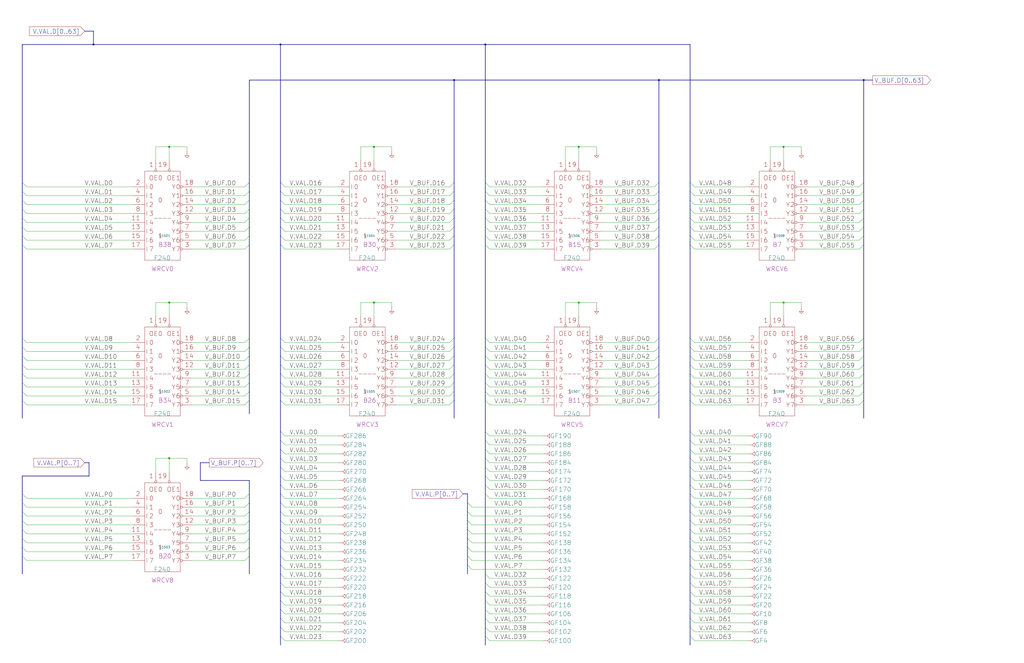
<source format=kicad_sch>
(kicad_sch (version 20211123) (generator eeschema)
  (paper "User" 584.2 378.46)
  (title_block (title "WRITE DATA REGISTER\\nINPUT BUFFER") (date "22-MAR-90") (rev "1.0") (comment 1 "VALUE") (comment 2 "232-003063") (comment 3 "S400") (comment 4 "RELEASED"))
  (bus (pts (xy 114.3 264.16) (xy 119.38 264.16)))
  (bus (pts (xy 114.3 274.32) (xy 114.3 264.16)))
  (bus (pts (xy 12.7 104.14) (xy 12.7 109.22)))
  (bus (pts (xy 12.7 109.22) (xy 12.7 114.3)))
  (bus (pts (xy 12.7 114.3) (xy 12.7 119.38)))
  (bus (pts (xy 12.7 119.38) (xy 12.7 124.46)))
  (bus (pts (xy 12.7 124.46) (xy 12.7 129.54)))
  (bus (pts (xy 12.7 129.54) (xy 12.7 134.62)))
  (bus (pts (xy 12.7 134.62) (xy 12.7 139.7)))
  (bus (pts (xy 12.7 139.7) (xy 12.7 193.04)))
  (bus (pts (xy 12.7 193.04) (xy 12.7 198.12)))
  (bus (pts (xy 12.7 198.12) (xy 12.7 203.2)))
  (bus (pts (xy 12.7 203.2) (xy 12.7 208.28)))
  (bus (pts (xy 12.7 208.28) (xy 12.7 213.36)))
  (bus (pts (xy 12.7 213.36) (xy 12.7 218.44)))
  (bus (pts (xy 12.7 218.44) (xy 12.7 223.52)))
  (bus (pts (xy 12.7 223.52) (xy 12.7 228.6)))
  (bus (pts (xy 12.7 228.6) (xy 12.7 238.76)))
  (bus (pts (xy 12.7 25.4) (xy 12.7 104.14)))
  (bus (pts (xy 12.7 25.4) (xy 53.34 25.4)))
  (bus (pts (xy 12.7 271.78) (xy 12.7 281.94)))
  (bus (pts (xy 12.7 271.78) (xy 50.8 271.78)))
  (bus (pts (xy 12.7 281.94) (xy 12.7 287.02)))
  (bus (pts (xy 12.7 287.02) (xy 12.7 292.1)))
  (bus (pts (xy 12.7 292.1) (xy 12.7 297.18)))
  (bus (pts (xy 12.7 297.18) (xy 12.7 302.26)))
  (bus (pts (xy 12.7 302.26) (xy 12.7 307.34)))
  (bus (pts (xy 12.7 307.34) (xy 12.7 312.42)))
  (bus (pts (xy 12.7 312.42) (xy 12.7 317.5)))
  (bus (pts (xy 12.7 317.5) (xy 12.7 327.66)))
  (bus (pts (xy 142.24 104.14) (xy 142.24 109.22)))
  (bus (pts (xy 142.24 109.22) (xy 142.24 114.3)))
  (bus (pts (xy 142.24 114.3) (xy 142.24 119.38)))
  (bus (pts (xy 142.24 119.38) (xy 142.24 124.46)))
  (bus (pts (xy 142.24 124.46) (xy 142.24 129.54)))
  (bus (pts (xy 142.24 129.54) (xy 142.24 134.62)))
  (bus (pts (xy 142.24 134.62) (xy 142.24 139.7)))
  (bus (pts (xy 142.24 139.7) (xy 142.24 193.04)))
  (bus (pts (xy 142.24 193.04) (xy 142.24 198.12)))
  (bus (pts (xy 142.24 198.12) (xy 142.24 203.2)))
  (bus (pts (xy 142.24 203.2) (xy 142.24 208.28)))
  (bus (pts (xy 142.24 208.28) (xy 142.24 213.36)))
  (bus (pts (xy 142.24 213.36) (xy 142.24 218.44)))
  (bus (pts (xy 142.24 218.44) (xy 142.24 223.52)))
  (bus (pts (xy 142.24 223.52) (xy 142.24 228.6)))
  (bus (pts (xy 142.24 228.6) (xy 142.24 236.22)))
  (bus (pts (xy 142.24 274.32) (xy 114.3 274.32)))
  (bus (pts (xy 142.24 274.32) (xy 142.24 281.94)))
  (bus (pts (xy 142.24 281.94) (xy 142.24 287.02)))
  (bus (pts (xy 142.24 287.02) (xy 142.24 292.1)))
  (bus (pts (xy 142.24 292.1) (xy 142.24 297.18)))
  (bus (pts (xy 142.24 297.18) (xy 142.24 302.26)))
  (bus (pts (xy 142.24 302.26) (xy 142.24 307.34)))
  (bus (pts (xy 142.24 307.34) (xy 142.24 312.42)))
  (bus (pts (xy 142.24 312.42) (xy 142.24 317.5)))
  (bus (pts (xy 142.24 317.5) (xy 142.24 327.66)))
  (bus (pts (xy 142.24 45.72) (xy 142.24 104.14)))
  (bus (pts (xy 142.24 45.72) (xy 259.08 45.72)))
  (bus (pts (xy 160.02 104.14) (xy 160.02 109.22)))
  (bus (pts (xy 160.02 109.22) (xy 160.02 114.3)))
  (bus (pts (xy 160.02 114.3) (xy 160.02 119.38)))
  (bus (pts (xy 160.02 119.38) (xy 160.02 124.46)))
  (bus (pts (xy 160.02 124.46) (xy 160.02 129.54)))
  (bus (pts (xy 160.02 129.54) (xy 160.02 134.62)))
  (bus (pts (xy 160.02 134.62) (xy 160.02 139.7)))
  (bus (pts (xy 160.02 139.7) (xy 160.02 193.04)))
  (bus (pts (xy 160.02 193.04) (xy 160.02 198.12)))
  (bus (pts (xy 160.02 198.12) (xy 160.02 203.2)))
  (bus (pts (xy 160.02 203.2) (xy 160.02 208.28)))
  (bus (pts (xy 160.02 208.28) (xy 160.02 213.36)))
  (bus (pts (xy 160.02 213.36) (xy 160.02 218.44)))
  (bus (pts (xy 160.02 218.44) (xy 160.02 223.52)))
  (bus (pts (xy 160.02 223.52) (xy 160.02 228.6)))
  (bus (pts (xy 160.02 228.6) (xy 160.02 246.38)))
  (bus (pts (xy 160.02 246.38) (xy 160.02 251.46)))
  (bus (pts (xy 160.02 25.4) (xy 160.02 104.14)))
  (bus (pts (xy 160.02 25.4) (xy 276.86 25.4)))
  (bus (pts (xy 160.02 251.46) (xy 160.02 256.54)))
  (bus (pts (xy 160.02 256.54) (xy 160.02 261.62)))
  (bus (pts (xy 160.02 261.62) (xy 160.02 266.7)))
  (bus (pts (xy 160.02 266.7) (xy 160.02 271.78)))
  (bus (pts (xy 160.02 271.78) (xy 160.02 276.86)))
  (bus (pts (xy 160.02 276.86) (xy 160.02 281.94)))
  (bus (pts (xy 160.02 281.94) (xy 160.02 287.02)))
  (bus (pts (xy 160.02 287.02) (xy 160.02 292.1)))
  (bus (pts (xy 160.02 292.1) (xy 160.02 297.18)))
  (bus (pts (xy 160.02 297.18) (xy 160.02 302.26)))
  (bus (pts (xy 160.02 302.26) (xy 160.02 307.34)))
  (bus (pts (xy 160.02 307.34) (xy 160.02 312.42)))
  (bus (pts (xy 160.02 312.42) (xy 160.02 317.5)))
  (bus (pts (xy 160.02 317.5) (xy 160.02 322.58)))
  (bus (pts (xy 160.02 322.58) (xy 160.02 327.66)))
  (bus (pts (xy 160.02 327.66) (xy 160.02 332.74)))
  (bus (pts (xy 160.02 332.74) (xy 160.02 337.82)))
  (bus (pts (xy 160.02 337.82) (xy 160.02 342.9)))
  (bus (pts (xy 160.02 342.9) (xy 160.02 347.98)))
  (bus (pts (xy 160.02 347.98) (xy 160.02 353.06)))
  (bus (pts (xy 160.02 353.06) (xy 160.02 358.14)))
  (bus (pts (xy 160.02 358.14) (xy 160.02 363.22)))
  (bus (pts (xy 160.02 363.22) (xy 160.02 368.3)))
  (bus (pts (xy 259.08 104.14) (xy 259.08 109.22)))
  (bus (pts (xy 259.08 109.22) (xy 259.08 114.3)))
  (bus (pts (xy 259.08 114.3) (xy 259.08 119.38)))
  (bus (pts (xy 259.08 119.38) (xy 259.08 124.46)))
  (bus (pts (xy 259.08 124.46) (xy 259.08 129.54)))
  (bus (pts (xy 259.08 129.54) (xy 259.08 134.62)))
  (bus (pts (xy 259.08 134.62) (xy 259.08 139.7)))
  (bus (pts (xy 259.08 139.7) (xy 259.08 193.04)))
  (bus (pts (xy 259.08 193.04) (xy 259.08 198.12)))
  (bus (pts (xy 259.08 198.12) (xy 259.08 203.2)))
  (bus (pts (xy 259.08 203.2) (xy 259.08 208.28)))
  (bus (pts (xy 259.08 208.28) (xy 259.08 213.36)))
  (bus (pts (xy 259.08 213.36) (xy 259.08 218.44)))
  (bus (pts (xy 259.08 218.44) (xy 259.08 223.52)))
  (bus (pts (xy 259.08 223.52) (xy 259.08 228.6)))
  (bus (pts (xy 259.08 228.6) (xy 259.08 238.76)))
  (bus (pts (xy 259.08 45.72) (xy 259.08 104.14)))
  (bus (pts (xy 259.08 45.72) (xy 375.92 45.72)))
  (bus (pts (xy 264.16 281.94) (xy 266.7 281.94)))
  (bus (pts (xy 266.7 281.94) (xy 266.7 287.02)))
  (bus (pts (xy 266.7 287.02) (xy 266.7 292.1)))
  (bus (pts (xy 266.7 292.1) (xy 266.7 297.18)))
  (bus (pts (xy 266.7 297.18) (xy 266.7 302.26)))
  (bus (pts (xy 266.7 302.26) (xy 266.7 307.34)))
  (bus (pts (xy 266.7 307.34) (xy 266.7 312.42)))
  (bus (pts (xy 266.7 312.42) (xy 266.7 317.5)))
  (bus (pts (xy 266.7 317.5) (xy 266.7 322.58)))
  (bus (pts (xy 266.7 322.58) (xy 266.7 327.66)))
  (bus (pts (xy 276.86 104.14) (xy 276.86 109.22)))
  (bus (pts (xy 276.86 109.22) (xy 276.86 114.3)))
  (bus (pts (xy 276.86 114.3) (xy 276.86 119.38)))
  (bus (pts (xy 276.86 119.38) (xy 276.86 124.46)))
  (bus (pts (xy 276.86 124.46) (xy 276.86 129.54)))
  (bus (pts (xy 276.86 129.54) (xy 276.86 134.62)))
  (bus (pts (xy 276.86 134.62) (xy 276.86 139.7)))
  (bus (pts (xy 276.86 139.7) (xy 276.86 193.04)))
  (bus (pts (xy 276.86 193.04) (xy 276.86 198.12)))
  (bus (pts (xy 276.86 198.12) (xy 276.86 203.2)))
  (bus (pts (xy 276.86 203.2) (xy 276.86 208.28)))
  (bus (pts (xy 276.86 208.28) (xy 276.86 213.36)))
  (bus (pts (xy 276.86 213.36) (xy 276.86 218.44)))
  (bus (pts (xy 276.86 218.44) (xy 276.86 223.52)))
  (bus (pts (xy 276.86 223.52) (xy 276.86 228.6)))
  (bus (pts (xy 276.86 228.6) (xy 276.86 246.38)))
  (bus (pts (xy 276.86 246.38) (xy 276.86 251.46)))
  (bus (pts (xy 276.86 25.4) (xy 276.86 104.14)))
  (bus (pts (xy 276.86 25.4) (xy 393.7 25.4)))
  (bus (pts (xy 276.86 251.46) (xy 276.86 256.54)))
  (bus (pts (xy 276.86 256.54) (xy 276.86 261.62)))
  (bus (pts (xy 276.86 261.62) (xy 276.86 266.7)))
  (bus (pts (xy 276.86 266.7) (xy 276.86 271.78)))
  (bus (pts (xy 276.86 271.78) (xy 276.86 276.86)))
  (bus (pts (xy 276.86 276.86) (xy 276.86 281.94)))
  (bus (pts (xy 276.86 281.94) (xy 276.86 327.66)))
  (bus (pts (xy 276.86 327.66) (xy 276.86 332.74)))
  (bus (pts (xy 276.86 332.74) (xy 276.86 337.82)))
  (bus (pts (xy 276.86 337.82) (xy 276.86 342.9)))
  (bus (pts (xy 276.86 342.9) (xy 276.86 347.98)))
  (bus (pts (xy 276.86 347.98) (xy 276.86 353.06)))
  (bus (pts (xy 276.86 353.06) (xy 276.86 358.14)))
  (bus (pts (xy 276.86 358.14) (xy 276.86 363.22)))
  (bus (pts (xy 276.86 363.22) (xy 276.86 368.3)))
  (bus (pts (xy 375.92 104.14) (xy 375.92 109.22)))
  (bus (pts (xy 375.92 109.22) (xy 375.92 114.3)))
  (bus (pts (xy 375.92 114.3) (xy 375.92 119.38)))
  (bus (pts (xy 375.92 119.38) (xy 375.92 124.46)))
  (bus (pts (xy 375.92 124.46) (xy 375.92 129.54)))
  (bus (pts (xy 375.92 129.54) (xy 375.92 134.62)))
  (bus (pts (xy 375.92 134.62) (xy 375.92 139.7)))
  (bus (pts (xy 375.92 139.7) (xy 375.92 193.04)))
  (bus (pts (xy 375.92 193.04) (xy 375.92 198.12)))
  (bus (pts (xy 375.92 198.12) (xy 375.92 203.2)))
  (bus (pts (xy 375.92 203.2) (xy 375.92 208.28)))
  (bus (pts (xy 375.92 208.28) (xy 375.92 213.36)))
  (bus (pts (xy 375.92 213.36) (xy 375.92 218.44)))
  (bus (pts (xy 375.92 218.44) (xy 375.92 223.52)))
  (bus (pts (xy 375.92 223.52) (xy 375.92 228.6)))
  (bus (pts (xy 375.92 228.6) (xy 375.92 238.76)))
  (bus (pts (xy 375.92 45.72) (xy 375.92 104.14)))
  (bus (pts (xy 375.92 45.72) (xy 492.76 45.72)))
  (bus (pts (xy 393.7 104.14) (xy 393.7 109.22)))
  (bus (pts (xy 393.7 109.22) (xy 393.7 114.3)))
  (bus (pts (xy 393.7 114.3) (xy 393.7 119.38)))
  (bus (pts (xy 393.7 119.38) (xy 393.7 124.46)))
  (bus (pts (xy 393.7 124.46) (xy 393.7 129.54)))
  (bus (pts (xy 393.7 129.54) (xy 393.7 134.62)))
  (bus (pts (xy 393.7 134.62) (xy 393.7 139.7)))
  (bus (pts (xy 393.7 139.7) (xy 393.7 193.04)))
  (bus (pts (xy 393.7 193.04) (xy 393.7 198.12)))
  (bus (pts (xy 393.7 198.12) (xy 393.7 203.2)))
  (bus (pts (xy 393.7 203.2) (xy 393.7 208.28)))
  (bus (pts (xy 393.7 208.28) (xy 393.7 213.36)))
  (bus (pts (xy 393.7 213.36) (xy 393.7 218.44)))
  (bus (pts (xy 393.7 218.44) (xy 393.7 223.52)))
  (bus (pts (xy 393.7 223.52) (xy 393.7 228.6)))
  (bus (pts (xy 393.7 228.6) (xy 393.7 246.38)))
  (bus (pts (xy 393.7 246.38) (xy 393.7 251.46)))
  (bus (pts (xy 393.7 25.4) (xy 393.7 104.14)))
  (bus (pts (xy 393.7 251.46) (xy 393.7 256.54)))
  (bus (pts (xy 393.7 256.54) (xy 393.7 261.62)))
  (bus (pts (xy 393.7 261.62) (xy 393.7 266.7)))
  (bus (pts (xy 393.7 266.7) (xy 393.7 271.78)))
  (bus (pts (xy 393.7 271.78) (xy 393.7 276.86)))
  (bus (pts (xy 393.7 276.86) (xy 393.7 281.94)))
  (bus (pts (xy 393.7 281.94) (xy 393.7 287.02)))
  (bus (pts (xy 393.7 287.02) (xy 393.7 292.1)))
  (bus (pts (xy 393.7 292.1) (xy 393.7 297.18)))
  (bus (pts (xy 393.7 297.18) (xy 393.7 302.26)))
  (bus (pts (xy 393.7 302.26) (xy 393.7 307.34)))
  (bus (pts (xy 393.7 307.34) (xy 393.7 312.42)))
  (bus (pts (xy 393.7 312.42) (xy 393.7 317.5)))
  (bus (pts (xy 393.7 317.5) (xy 393.7 322.58)))
  (bus (pts (xy 393.7 322.58) (xy 393.7 327.66)))
  (bus (pts (xy 393.7 327.66) (xy 393.7 332.74)))
  (bus (pts (xy 393.7 332.74) (xy 393.7 337.82)))
  (bus (pts (xy 393.7 337.82) (xy 393.7 342.9)))
  (bus (pts (xy 393.7 342.9) (xy 393.7 347.98)))
  (bus (pts (xy 393.7 347.98) (xy 393.7 353.06)))
  (bus (pts (xy 393.7 353.06) (xy 393.7 358.14)))
  (bus (pts (xy 393.7 358.14) (xy 393.7 363.22)))
  (bus (pts (xy 393.7 363.22) (xy 393.7 368.3)))
  (bus (pts (xy 48.26 17.78) (xy 53.34 17.78)))
  (bus (pts (xy 48.26 264.16) (xy 50.8 264.16)))
  (bus (pts (xy 492.76 104.14) (xy 492.76 109.22)))
  (bus (pts (xy 492.76 109.22) (xy 492.76 114.3)))
  (bus (pts (xy 492.76 114.3) (xy 492.76 119.38)))
  (bus (pts (xy 492.76 119.38) (xy 492.76 124.46)))
  (bus (pts (xy 492.76 124.46) (xy 492.76 129.54)))
  (bus (pts (xy 492.76 129.54) (xy 492.76 134.62)))
  (bus (pts (xy 492.76 134.62) (xy 492.76 139.7)))
  (bus (pts (xy 492.76 139.7) (xy 492.76 193.04)))
  (bus (pts (xy 492.76 193.04) (xy 492.76 198.12)))
  (bus (pts (xy 492.76 198.12) (xy 492.76 203.2)))
  (bus (pts (xy 492.76 203.2) (xy 492.76 208.28)))
  (bus (pts (xy 492.76 208.28) (xy 492.76 213.36)))
  (bus (pts (xy 492.76 213.36) (xy 492.76 218.44)))
  (bus (pts (xy 492.76 218.44) (xy 492.76 223.52)))
  (bus (pts (xy 492.76 223.52) (xy 492.76 228.6)))
  (bus (pts (xy 492.76 228.6) (xy 492.76 238.76)))
  (bus (pts (xy 492.76 45.72) (xy 492.76 104.14)))
  (bus (pts (xy 497.84 45.72) (xy 492.76 45.72)))
  (bus (pts (xy 50.8 271.78) (xy 50.8 264.16)))
  (bus (pts (xy 53.34 17.78) (xy 53.34 25.4)))
  (bus (pts (xy 53.34 25.4) (xy 160.02 25.4)))
  (wire (pts (xy 106.68 172.72) (xy 106.68 175.26)))
  (wire (pts (xy 106.68 261.62) (xy 106.68 264.16)))
  (wire (pts (xy 106.68 83.82) (xy 106.68 86.36)))
  (wire (pts (xy 109.22 106.68) (xy 139.7 106.68)))
  (wire (pts (xy 109.22 111.76) (xy 139.7 111.76)))
  (wire (pts (xy 109.22 116.84) (xy 139.7 116.84)))
  (wire (pts (xy 109.22 121.92) (xy 139.7 121.92)))
  (wire (pts (xy 109.22 127) (xy 139.7 127)))
  (wire (pts (xy 109.22 132.08) (xy 139.7 132.08)))
  (wire (pts (xy 109.22 137.16) (xy 139.7 137.16)))
  (wire (pts (xy 109.22 142.24) (xy 139.7 142.24)))
  (wire (pts (xy 109.22 195.58) (xy 139.7 195.58)))
  (wire (pts (xy 109.22 200.66) (xy 139.7 200.66)))
  (wire (pts (xy 109.22 205.74) (xy 139.7 205.74)))
  (wire (pts (xy 109.22 210.82) (xy 139.7 210.82)))
  (wire (pts (xy 109.22 215.9) (xy 139.7 215.9)))
  (wire (pts (xy 109.22 220.98) (xy 139.7 220.98)))
  (wire (pts (xy 109.22 226.06) (xy 139.7 226.06)))
  (wire (pts (xy 109.22 231.14) (xy 139.7 231.14)))
  (wire (pts (xy 109.22 284.48) (xy 139.7 284.48)))
  (wire (pts (xy 109.22 289.56) (xy 139.7 289.56)))
  (wire (pts (xy 109.22 294.64) (xy 139.7 294.64)))
  (wire (pts (xy 109.22 299.72) (xy 139.7 299.72)))
  (wire (pts (xy 109.22 304.8) (xy 139.7 304.8)))
  (wire (pts (xy 109.22 309.88) (xy 139.7 309.88)))
  (wire (pts (xy 109.22 314.96) (xy 139.7 314.96)))
  (wire (pts (xy 109.22 320.04) (xy 139.7 320.04)))
  (wire (pts (xy 15.24 106.68) (xy 76.2 106.68)))
  (wire (pts (xy 15.24 111.76) (xy 76.2 111.76)))
  (wire (pts (xy 15.24 116.84) (xy 76.2 116.84)))
  (wire (pts (xy 15.24 121.92) (xy 76.2 121.92)))
  (wire (pts (xy 15.24 127) (xy 76.2 127)))
  (wire (pts (xy 15.24 132.08) (xy 76.2 132.08)))
  (wire (pts (xy 15.24 137.16) (xy 76.2 137.16)))
  (wire (pts (xy 15.24 142.24) (xy 76.2 142.24)))
  (wire (pts (xy 15.24 195.58) (xy 76.2 195.58)))
  (wire (pts (xy 15.24 200.66) (xy 76.2 200.66)))
  (wire (pts (xy 15.24 205.74) (xy 76.2 205.74)))
  (wire (pts (xy 15.24 210.82) (xy 76.2 210.82)))
  (wire (pts (xy 15.24 215.9) (xy 76.2 215.9)))
  (wire (pts (xy 15.24 220.98) (xy 76.2 220.98)))
  (wire (pts (xy 15.24 226.06) (xy 76.2 226.06)))
  (wire (pts (xy 15.24 231.14) (xy 76.2 231.14)))
  (wire (pts (xy 15.24 284.48) (xy 76.2 284.48)))
  (wire (pts (xy 15.24 289.56) (xy 76.2 289.56)))
  (wire (pts (xy 15.24 294.64) (xy 76.2 294.64)))
  (wire (pts (xy 15.24 299.72) (xy 76.2 299.72)))
  (wire (pts (xy 15.24 304.8) (xy 76.2 304.8)))
  (wire (pts (xy 15.24 309.88) (xy 76.2 309.88)))
  (wire (pts (xy 15.24 314.96) (xy 76.2 314.96)))
  (wire (pts (xy 15.24 320.04) (xy 76.2 320.04)))
  (wire (pts (xy 162.56 106.68) (xy 193.04 106.68)))
  (wire (pts (xy 162.56 111.76) (xy 193.04 111.76)))
  (wire (pts (xy 162.56 116.84) (xy 193.04 116.84)))
  (wire (pts (xy 162.56 121.92) (xy 193.04 121.92)))
  (wire (pts (xy 162.56 127) (xy 193.04 127)))
  (wire (pts (xy 162.56 132.08) (xy 193.04 132.08)))
  (wire (pts (xy 162.56 137.16) (xy 193.04 137.16)))
  (wire (pts (xy 162.56 142.24) (xy 193.04 142.24)))
  (wire (pts (xy 162.56 195.58) (xy 193.04 195.58)))
  (wire (pts (xy 162.56 200.66) (xy 193.04 200.66)))
  (wire (pts (xy 162.56 205.74) (xy 193.04 205.74)))
  (wire (pts (xy 162.56 210.82) (xy 193.04 210.82)))
  (wire (pts (xy 162.56 215.9) (xy 193.04 215.9)))
  (wire (pts (xy 162.56 220.98) (xy 193.04 220.98)))
  (wire (pts (xy 162.56 226.06) (xy 193.04 226.06)))
  (wire (pts (xy 162.56 231.14) (xy 193.04 231.14)))
  (wire (pts (xy 162.56 248.92) (xy 193.04 248.92)))
  (wire (pts (xy 162.56 254) (xy 193.04 254)))
  (wire (pts (xy 162.56 259.08) (xy 193.04 259.08)))
  (wire (pts (xy 162.56 264.16) (xy 193.04 264.16)))
  (wire (pts (xy 162.56 269.24) (xy 193.04 269.24)))
  (wire (pts (xy 162.56 274.32) (xy 193.04 274.32)))
  (wire (pts (xy 162.56 279.4) (xy 193.04 279.4)))
  (wire (pts (xy 162.56 284.48) (xy 193.04 284.48)))
  (wire (pts (xy 162.56 289.56) (xy 193.04 289.56)))
  (wire (pts (xy 162.56 294.64) (xy 193.04 294.64)))
  (wire (pts (xy 162.56 299.72) (xy 193.04 299.72)))
  (wire (pts (xy 162.56 304.8) (xy 193.04 304.8)))
  (wire (pts (xy 162.56 309.88) (xy 193.04 309.88)))
  (wire (pts (xy 162.56 314.96) (xy 193.04 314.96)))
  (wire (pts (xy 162.56 320.04) (xy 193.04 320.04)))
  (wire (pts (xy 162.56 325.12) (xy 193.04 325.12)))
  (wire (pts (xy 162.56 330.2) (xy 193.04 330.2)))
  (wire (pts (xy 162.56 335.28) (xy 193.04 335.28)))
  (wire (pts (xy 162.56 340.36) (xy 193.04 340.36)))
  (wire (pts (xy 162.56 345.44) (xy 193.04 345.44)))
  (wire (pts (xy 162.56 350.52) (xy 193.04 350.52)))
  (wire (pts (xy 162.56 355.6) (xy 193.04 355.6)))
  (wire (pts (xy 162.56 360.68) (xy 193.04 360.68)))
  (wire (pts (xy 162.56 365.76) (xy 193.04 365.76)))
  (wire (pts (xy 205.74 172.72) (xy 213.36 172.72)))
  (wire (pts (xy 205.74 180.34) (xy 205.74 172.72)))
  (wire (pts (xy 205.74 83.82) (xy 213.36 83.82)))
  (wire (pts (xy 205.74 91.44) (xy 205.74 83.82)))
  (wire (pts (xy 213.36 172.72) (xy 213.36 180.34)))
  (wire (pts (xy 213.36 172.72) (xy 223.52 172.72)))
  (wire (pts (xy 213.36 83.82) (xy 213.36 91.44)))
  (wire (pts (xy 213.36 83.82) (xy 223.52 83.82)))
  (wire (pts (xy 223.52 172.72) (xy 223.52 175.26)))
  (wire (pts (xy 223.52 83.82) (xy 223.52 86.36)))
  (wire (pts (xy 226.06 106.68) (xy 256.54 106.68)))
  (wire (pts (xy 226.06 111.76) (xy 256.54 111.76)))
  (wire (pts (xy 226.06 116.84) (xy 256.54 116.84)))
  (wire (pts (xy 226.06 121.92) (xy 256.54 121.92)))
  (wire (pts (xy 226.06 127) (xy 256.54 127)))
  (wire (pts (xy 226.06 132.08) (xy 256.54 132.08)))
  (wire (pts (xy 226.06 137.16) (xy 256.54 137.16)))
  (wire (pts (xy 226.06 142.24) (xy 256.54 142.24)))
  (wire (pts (xy 226.06 195.58) (xy 256.54 195.58)))
  (wire (pts (xy 226.06 200.66) (xy 256.54 200.66)))
  (wire (pts (xy 226.06 205.74) (xy 256.54 205.74)))
  (wire (pts (xy 226.06 210.82) (xy 256.54 210.82)))
  (wire (pts (xy 226.06 215.9) (xy 256.54 215.9)))
  (wire (pts (xy 226.06 220.98) (xy 256.54 220.98)))
  (wire (pts (xy 226.06 226.06) (xy 256.54 226.06)))
  (wire (pts (xy 226.06 231.14) (xy 256.54 231.14)))
  (wire (pts (xy 269.24 289.56) (xy 309.88 289.56)))
  (wire (pts (xy 269.24 294.64) (xy 309.88 294.64)))
  (wire (pts (xy 269.24 299.72) (xy 309.88 299.72)))
  (wire (pts (xy 269.24 304.8) (xy 309.88 304.8)))
  (wire (pts (xy 269.24 309.88) (xy 309.88 309.88)))
  (wire (pts (xy 269.24 314.96) (xy 309.88 314.96)))
  (wire (pts (xy 269.24 320.04) (xy 309.88 320.04)))
  (wire (pts (xy 269.24 325.12) (xy 309.88 325.12)))
  (wire (pts (xy 279.4 106.68) (xy 309.88 106.68)))
  (wire (pts (xy 279.4 111.76) (xy 309.88 111.76)))
  (wire (pts (xy 279.4 116.84) (xy 309.88 116.84)))
  (wire (pts (xy 279.4 121.92) (xy 309.88 121.92)))
  (wire (pts (xy 279.4 127) (xy 309.88 127)))
  (wire (pts (xy 279.4 132.08) (xy 309.88 132.08)))
  (wire (pts (xy 279.4 137.16) (xy 309.88 137.16)))
  (wire (pts (xy 279.4 142.24) (xy 309.88 142.24)))
  (wire (pts (xy 279.4 195.58) (xy 309.88 195.58)))
  (wire (pts (xy 279.4 200.66) (xy 309.88 200.66)))
  (wire (pts (xy 279.4 205.74) (xy 309.88 205.74)))
  (wire (pts (xy 279.4 210.82) (xy 309.88 210.82)))
  (wire (pts (xy 279.4 215.9) (xy 309.88 215.9)))
  (wire (pts (xy 279.4 220.98) (xy 309.88 220.98)))
  (wire (pts (xy 279.4 226.06) (xy 309.88 226.06)))
  (wire (pts (xy 279.4 231.14) (xy 309.88 231.14)))
  (wire (pts (xy 279.4 248.92) (xy 309.88 248.92)))
  (wire (pts (xy 279.4 254) (xy 309.88 254)))
  (wire (pts (xy 279.4 259.08) (xy 309.88 259.08)))
  (wire (pts (xy 279.4 264.16) (xy 309.88 264.16)))
  (wire (pts (xy 279.4 269.24) (xy 309.88 269.24)))
  (wire (pts (xy 279.4 274.32) (xy 309.88 274.32)))
  (wire (pts (xy 279.4 279.4) (xy 309.88 279.4)))
  (wire (pts (xy 279.4 284.48) (xy 309.88 284.48)))
  (wire (pts (xy 279.4 330.2) (xy 309.88 330.2)))
  (wire (pts (xy 279.4 335.28) (xy 309.88 335.28)))
  (wire (pts (xy 279.4 340.36) (xy 309.88 340.36)))
  (wire (pts (xy 279.4 345.44) (xy 309.88 345.44)))
  (wire (pts (xy 279.4 350.52) (xy 309.88 350.52)))
  (wire (pts (xy 279.4 355.6) (xy 309.88 355.6)))
  (wire (pts (xy 279.4 360.68) (xy 309.88 360.68)))
  (wire (pts (xy 279.4 365.76) (xy 309.88 365.76)))
  (wire (pts (xy 322.58 172.72) (xy 330.2 172.72)))
  (wire (pts (xy 322.58 180.34) (xy 322.58 172.72)))
  (wire (pts (xy 322.58 83.82) (xy 330.2 83.82)))
  (wire (pts (xy 322.58 91.44) (xy 322.58 83.82)))
  (wire (pts (xy 330.2 172.72) (xy 330.2 180.34)))
  (wire (pts (xy 330.2 172.72) (xy 340.36 172.72)))
  (wire (pts (xy 330.2 83.82) (xy 330.2 91.44)))
  (wire (pts (xy 330.2 83.82) (xy 340.36 83.82)))
  (wire (pts (xy 340.36 172.72) (xy 340.36 175.26)))
  (wire (pts (xy 340.36 83.82) (xy 340.36 86.36)))
  (wire (pts (xy 342.9 106.68) (xy 373.38 106.68)))
  (wire (pts (xy 342.9 111.76) (xy 373.38 111.76)))
  (wire (pts (xy 342.9 116.84) (xy 373.38 116.84)))
  (wire (pts (xy 342.9 121.92) (xy 373.38 121.92)))
  (wire (pts (xy 342.9 127) (xy 373.38 127)))
  (wire (pts (xy 342.9 132.08) (xy 373.38 132.08)))
  (wire (pts (xy 342.9 137.16) (xy 373.38 137.16)))
  (wire (pts (xy 342.9 142.24) (xy 373.38 142.24)))
  (wire (pts (xy 342.9 195.58) (xy 373.38 195.58)))
  (wire (pts (xy 342.9 200.66) (xy 373.38 200.66)))
  (wire (pts (xy 342.9 205.74) (xy 373.38 205.74)))
  (wire (pts (xy 342.9 210.82) (xy 373.38 210.82)))
  (wire (pts (xy 342.9 215.9) (xy 373.38 215.9)))
  (wire (pts (xy 342.9 220.98) (xy 373.38 220.98)))
  (wire (pts (xy 342.9 226.06) (xy 373.38 226.06)))
  (wire (pts (xy 342.9 231.14) (xy 373.38 231.14)))
  (wire (pts (xy 396.24 106.68) (xy 426.72 106.68)))
  (wire (pts (xy 396.24 111.76) (xy 426.72 111.76)))
  (wire (pts (xy 396.24 116.84) (xy 426.72 116.84)))
  (wire (pts (xy 396.24 121.92) (xy 426.72 121.92)))
  (wire (pts (xy 396.24 127) (xy 426.72 127)))
  (wire (pts (xy 396.24 132.08) (xy 426.72 132.08)))
  (wire (pts (xy 396.24 137.16) (xy 426.72 137.16)))
  (wire (pts (xy 396.24 142.24) (xy 426.72 142.24)))
  (wire (pts (xy 396.24 195.58) (xy 426.72 195.58)))
  (wire (pts (xy 396.24 200.66) (xy 426.72 200.66)))
  (wire (pts (xy 396.24 205.74) (xy 426.72 205.74)))
  (wire (pts (xy 396.24 210.82) (xy 426.72 210.82)))
  (wire (pts (xy 396.24 215.9) (xy 426.72 215.9)))
  (wire (pts (xy 396.24 220.98) (xy 426.72 220.98)))
  (wire (pts (xy 396.24 226.06) (xy 426.72 226.06)))
  (wire (pts (xy 396.24 231.14) (xy 426.72 231.14)))
  (wire (pts (xy 396.24 248.92) (xy 426.72 248.92)))
  (wire (pts (xy 396.24 254) (xy 426.72 254)))
  (wire (pts (xy 396.24 259.08) (xy 426.72 259.08)))
  (wire (pts (xy 396.24 264.16) (xy 426.72 264.16)))
  (wire (pts (xy 396.24 269.24) (xy 426.72 269.24)))
  (wire (pts (xy 396.24 274.32) (xy 426.72 274.32)))
  (wire (pts (xy 396.24 279.4) (xy 426.72 279.4)))
  (wire (pts (xy 396.24 284.48) (xy 426.72 284.48)))
  (wire (pts (xy 396.24 289.56) (xy 426.72 289.56)))
  (wire (pts (xy 396.24 294.64) (xy 426.72 294.64)))
  (wire (pts (xy 396.24 299.72) (xy 426.72 299.72)))
  (wire (pts (xy 396.24 304.8) (xy 426.72 304.8)))
  (wire (pts (xy 396.24 309.88) (xy 426.72 309.88)))
  (wire (pts (xy 396.24 314.96) (xy 426.72 314.96)))
  (wire (pts (xy 396.24 320.04) (xy 426.72 320.04)))
  (wire (pts (xy 396.24 325.12) (xy 426.72 325.12)))
  (wire (pts (xy 396.24 330.2) (xy 426.72 330.2)))
  (wire (pts (xy 396.24 335.28) (xy 426.72 335.28)))
  (wire (pts (xy 396.24 340.36) (xy 426.72 340.36)))
  (wire (pts (xy 396.24 345.44) (xy 426.72 345.44)))
  (wire (pts (xy 396.24 350.52) (xy 426.72 350.52)))
  (wire (pts (xy 396.24 355.6) (xy 426.72 355.6)))
  (wire (pts (xy 396.24 360.68) (xy 426.72 360.68)))
  (wire (pts (xy 396.24 365.76) (xy 426.72 365.76)))
  (wire (pts (xy 439.42 172.72) (xy 447.04 172.72)))
  (wire (pts (xy 439.42 180.34) (xy 439.42 172.72)))
  (wire (pts (xy 439.42 83.82) (xy 447.04 83.82)))
  (wire (pts (xy 439.42 91.44) (xy 439.42 83.82)))
  (wire (pts (xy 447.04 172.72) (xy 447.04 180.34)))
  (wire (pts (xy 447.04 172.72) (xy 457.2 172.72)))
  (wire (pts (xy 447.04 83.82) (xy 447.04 91.44)))
  (wire (pts (xy 447.04 83.82) (xy 457.2 83.82)))
  (wire (pts (xy 457.2 172.72) (xy 457.2 175.26)))
  (wire (pts (xy 457.2 83.82) (xy 457.2 86.36)))
  (wire (pts (xy 459.74 106.68) (xy 490.22 106.68)))
  (wire (pts (xy 459.74 111.76) (xy 490.22 111.76)))
  (wire (pts (xy 459.74 116.84) (xy 490.22 116.84)))
  (wire (pts (xy 459.74 121.92) (xy 490.22 121.92)))
  (wire (pts (xy 459.74 127) (xy 490.22 127)))
  (wire (pts (xy 459.74 132.08) (xy 490.22 132.08)))
  (wire (pts (xy 459.74 137.16) (xy 490.22 137.16)))
  (wire (pts (xy 459.74 142.24) (xy 490.22 142.24)))
  (wire (pts (xy 459.74 195.58) (xy 490.22 195.58)))
  (wire (pts (xy 459.74 200.66) (xy 490.22 200.66)))
  (wire (pts (xy 459.74 205.74) (xy 490.22 205.74)))
  (wire (pts (xy 459.74 210.82) (xy 490.22 210.82)))
  (wire (pts (xy 459.74 215.9) (xy 490.22 215.9)))
  (wire (pts (xy 459.74 220.98) (xy 490.22 220.98)))
  (wire (pts (xy 459.74 226.06) (xy 490.22 226.06)))
  (wire (pts (xy 459.74 231.14) (xy 490.22 231.14)))
  (wire (pts (xy 88.9 172.72) (xy 96.52 172.72)))
  (wire (pts (xy 88.9 180.34) (xy 88.9 172.72)))
  (wire (pts (xy 88.9 261.62) (xy 96.52 261.62)))
  (wire (pts (xy 88.9 269.24) (xy 88.9 261.62)))
  (wire (pts (xy 88.9 83.82) (xy 96.52 83.82)))
  (wire (pts (xy 88.9 91.44) (xy 88.9 83.82)))
  (wire (pts (xy 96.52 172.72) (xy 106.68 172.72)))
  (wire (pts (xy 96.52 172.72) (xy 96.52 180.34)))
  (wire (pts (xy 96.52 261.62) (xy 106.68 261.62)))
  (wire (pts (xy 96.52 261.62) (xy 96.52 269.24)))
  (wire (pts (xy 96.52 83.82) (xy 106.68 83.82)))
  (wire (pts (xy 96.52 83.82) (xy 96.52 91.44)))
  (bus_entry (at 12.7 104.14) (size 2.54 2.54))
  (bus_entry (at 12.7 109.22) (size 2.54 2.54))
  (bus_entry (at 12.7 114.3) (size 2.54 2.54))
  (bus_entry (at 12.7 119.38) (size 2.54 2.54))
  (bus_entry (at 12.7 124.46) (size 2.54 2.54))
  (bus_entry (at 12.7 129.54) (size 2.54 2.54))
  (bus_entry (at 12.7 134.62) (size 2.54 2.54))
  (bus_entry (at 12.7 139.7) (size 2.54 2.54))
  (bus_entry (at 12.7 193.04) (size 2.54 2.54))
  (bus_entry (at 12.7 198.12) (size 2.54 2.54))
  (bus_entry (at 12.7 203.2) (size 2.54 2.54))
  (bus_entry (at 12.7 208.28) (size 2.54 2.54))
  (bus_entry (at 12.7 213.36) (size 2.54 2.54))
  (bus_entry (at 12.7 218.44) (size 2.54 2.54))
  (bus_entry (at 12.7 223.52) (size 2.54 2.54))
  (bus_entry (at 12.7 228.6) (size 2.54 2.54))
  (bus_entry (at 12.7 281.94) (size 2.54 2.54))
  (bus_entry (at 12.7 287.02) (size 2.54 2.54))
  (bus_entry (at 12.7 292.1) (size 2.54 2.54))
  (bus_entry (at 12.7 297.18) (size 2.54 2.54))
  (bus_entry (at 12.7 302.26) (size 2.54 2.54))
  (bus_entry (at 12.7 307.34) (size 2.54 2.54))
  (bus_entry (at 12.7 312.42) (size 2.54 2.54))
  (bus_entry (at 12.7 317.5) (size 2.54 2.54))
  (global_label "V.VAL.D[0..63]" (shape input) (at 48.26 17.78 180) (effects (font (size 2.54 2.54))) (property "Intersheet References" "${INTERSHEET_REFS}" (at 16.8245 17.6213 0) (effects (font (size 2.54 2.54)) (justify right))))
  (label "V.VAL.D0" (at 48.26 106.68 0) (effects (font (size 2.54 2.54))))
  (label "V.VAL.D1" (at 48.26 111.76 0) (effects (font (size 2.54 2.54))))
  (label "V.VAL.D2" (at 48.26 116.84 0) (effects (font (size 2.54 2.54))))
  (label "V.VAL.D3" (at 48.26 121.92 0) (effects (font (size 2.54 2.54))))
  (label "V.VAL.D4" (at 48.26 127 0) (effects (font (size 2.54 2.54))))
  (label "V.VAL.D5" (at 48.26 132.08 0) (effects (font (size 2.54 2.54))))
  (label "V.VAL.D6" (at 48.26 137.16 0) (effects (font (size 2.54 2.54))))
  (label "V.VAL.D7" (at 48.26 142.24 0) (effects (font (size 2.54 2.54))))
  (label "V.VAL.D8" (at 48.26 195.58 0) (effects (font (size 2.54 2.54))))
  (label "V.VAL.D9" (at 48.26 200.66 0) (effects (font (size 2.54 2.54))))
  (label "V.VAL.D10" (at 48.26 205.74 0) (effects (font (size 2.54 2.54))))
  (label "V.VAL.D11" (at 48.26 210.82 0) (effects (font (size 2.54 2.54))))
  (label "V.VAL.D12" (at 48.26 215.9 0) (effects (font (size 2.54 2.54))))
  (label "V.VAL.D13" (at 48.26 220.98 0) (effects (font (size 2.54 2.54))))
  (label "V.VAL.D14" (at 48.26 226.06 0) (effects (font (size 2.54 2.54))))
  (label "V.VAL.D15" (at 48.26 231.14 0) (effects (font (size 2.54 2.54))))
  (global_label "V.VAL.P[0..7]" (shape input) (at 48.26 264.16 180) (effects (font (size 2.54 2.54))) (property "Intersheet References" "${INTERSHEET_REFS}" (at 19.2435 264.0013 0) (effects (font (size 2.54 2.54)) (justify right))))
  (label "V.VAL.P0" (at 48.26 284.48 0) (effects (font (size 2.54 2.54))))
  (label "V.VAL.P1" (at 48.26 289.56 0) (effects (font (size 2.54 2.54))))
  (label "V.VAL.P2" (at 48.26 294.64 0) (effects (font (size 2.54 2.54))))
  (label "V.VAL.P3" (at 48.26 299.72 0) (effects (font (size 2.54 2.54))))
  (label "V.VAL.P4" (at 48.26 304.8 0) (effects (font (size 2.54 2.54))))
  (label "V.VAL.P5" (at 48.26 309.88 0) (effects (font (size 2.54 2.54))))
  (label "V.VAL.P6" (at 48.26 314.96 0) (effects (font (size 2.54 2.54))))
  (label "V.VAL.P7" (at 48.26 320.04 0) (effects (font (size 2.54 2.54))))
  (junction (at 53.34 25.4))
  (symbol (lib_id "r1000:F240") (at 91.44 139.7 0) (unit 1)
    (property "Reference" "U1501" (at 93.98 134.62 0))
    (property "Value" "F240" (at 87.63 147.32 0) (effects (font (size 2.54 2.54)) (justify left)))
    (property "Location" "B38" (at 90.17 139.7 0) (effects (font (size 2.54 2.54)) (justify left)))
    (property "Name" "WRCV0" (at 92.71 154.94 0) (effects (font (size 2.54 2.54)) (justify bottom)))
  )
  (symbol (lib_id "r1000:F240") (at 91.44 228.6 0) (unit 1)
    (property "Reference" "U1502" (at 93.98 223.52 0))
    (property "Value" "F240" (at 87.63 236.22 0) (effects (font (size 2.54 2.54)) (justify left)))
    (property "Location" "B34" (at 90.17 228.6 0) (effects (font (size 2.54 2.54)) (justify left)))
    (property "Name" "WRCV1" (at 92.71 243.84 0) (effects (font (size 2.54 2.54)) (justify bottom)))
  )
  (symbol (lib_id "r1000:F240") (at 91.44 317.5 0) (unit 1)
    (property "Reference" "U1503" (at 93.98 312.42 0))
    (property "Value" "F240" (at 87.63 325.12 0) (effects (font (size 2.54 2.54)) (justify left)))
    (property "Location" "B20" (at 90.17 317.5 0) (effects (font (size 2.54 2.54)) (justify left)))
    (property "Name" "WRCV8" (at 92.71 332.74 0) (effects (font (size 2.54 2.54)) (justify bottom)))
  )
  (junction (at 96.52 83.82))
  (junction (at 96.52 172.72))
  (junction (at 96.52 261.62))
  (symbol (lib_id "r1000:PD") (at 106.68 86.36 0) (unit 1) (in_bom no)
    (property "Reference" "#PWR01501" (effects hide))
    (property "Value" "PD" (effects hide))
  )
  (symbol (lib_id "r1000:PD") (at 106.68 175.26 0) (unit 1) (in_bom no)
    (property "Reference" "#PWR01502" (effects hide))
    (property "Value" "PD" (effects hide))
  )
  (symbol (lib_id "r1000:PD") (at 106.68 264.16 0) (unit 1) (in_bom no)
    (property "Reference" "#PWR01503" (effects hide))
    (property "Value" "PD" (effects hide))
  )
  (label "V_BUF.D0" (at 116.84 106.68 0) (effects (font (size 2.54 2.54))))
  (label "V_BUF.D1" (at 116.84 111.76 0) (effects (font (size 2.54 2.54))))
  (label "V_BUF.D2" (at 116.84 116.84 0) (effects (font (size 2.54 2.54))))
  (label "V_BUF.D3" (at 116.84 121.92 0) (effects (font (size 2.54 2.54))))
  (label "V_BUF.D4" (at 116.84 127 0) (effects (font (size 2.54 2.54))))
  (label "V_BUF.D5" (at 116.84 132.08 0) (effects (font (size 2.54 2.54))))
  (label "V_BUF.D6" (at 116.84 137.16 0) (effects (font (size 2.54 2.54))))
  (label "V_BUF.D7" (at 116.84 142.24 0) (effects (font (size 2.54 2.54))))
  (label "V_BUF.D8" (at 116.84 195.58 0) (effects (font (size 2.54 2.54))))
  (label "V_BUF.D9" (at 116.84 200.66 0) (effects (font (size 2.54 2.54))))
  (label "V_BUF.D10" (at 116.84 205.74 0) (effects (font (size 2.54 2.54))))
  (label "V_BUF.D11" (at 116.84 210.82 0) (effects (font (size 2.54 2.54))))
  (label "V_BUF.D12" (at 116.84 215.9 0) (effects (font (size 2.54 2.54))))
  (label "V_BUF.D13" (at 116.84 220.98 0) (effects (font (size 2.54 2.54))))
  (label "V_BUF.D14" (at 116.84 226.06 0) (effects (font (size 2.54 2.54))))
  (label "V_BUF.D15" (at 116.84 231.14 0) (effects (font (size 2.54 2.54))))
  (label "V_BUF.P0" (at 116.84 284.48 0) (effects (font (size 2.54 2.54))))
  (label "V_BUF.P1" (at 116.84 289.56 0) (effects (font (size 2.54 2.54))))
  (label "V_BUF.P2" (at 116.84 294.64 0) (effects (font (size 2.54 2.54))))
  (label "V_BUF.P3" (at 116.84 299.72 0) (effects (font (size 2.54 2.54))))
  (label "V_BUF.P4" (at 116.84 304.8 0) (effects (font (size 2.54 2.54))))
  (label "V_BUF.P5" (at 116.84 309.88 0) (effects (font (size 2.54 2.54))))
  (label "V_BUF.P6" (at 116.84 314.96 0) (effects (font (size 2.54 2.54))))
  (label "V_BUF.P7" (at 116.84 320.04 0) (effects (font (size 2.54 2.54))))
  (global_label "V_BUF.P[0..7]" (shape output) (at 119.38 264.16 0) (effects (font (size 2.54 2.54))) (property "Intersheet References" "${INTERSHEET_REFS}" (at 150.0898 264.0013 0) (effects (font (size 2.54 2.54)) (justify left))))
  (bus_entry (at 142.24 104.14) (size -2.54 2.54))
  (bus_entry (at 142.24 109.22) (size -2.54 2.54))
  (bus_entry (at 142.24 114.3) (size -2.54 2.54))
  (bus_entry (at 142.24 119.38) (size -2.54 2.54))
  (bus_entry (at 142.24 124.46) (size -2.54 2.54))
  (bus_entry (at 142.24 129.54) (size -2.54 2.54))
  (bus_entry (at 142.24 134.62) (size -2.54 2.54))
  (bus_entry (at 142.24 139.7) (size -2.54 2.54))
  (bus_entry (at 142.24 193.04) (size -2.54 2.54))
  (bus_entry (at 142.24 198.12) (size -2.54 2.54))
  (bus_entry (at 142.24 203.2) (size -2.54 2.54))
  (bus_entry (at 142.24 208.28) (size -2.54 2.54))
  (bus_entry (at 142.24 213.36) (size -2.54 2.54))
  (bus_entry (at 142.24 218.44) (size -2.54 2.54))
  (bus_entry (at 142.24 223.52) (size -2.54 2.54))
  (bus_entry (at 142.24 228.6) (size -2.54 2.54))
  (bus_entry (at 142.24 281.94) (size -2.54 2.54))
  (bus_entry (at 142.24 287.02) (size -2.54 2.54))
  (bus_entry (at 142.24 292.1) (size -2.54 2.54))
  (bus_entry (at 142.24 297.18) (size -2.54 2.54))
  (bus_entry (at 142.24 302.26) (size -2.54 2.54))
  (bus_entry (at 142.24 307.34) (size -2.54 2.54))
  (bus_entry (at 142.24 312.42) (size -2.54 2.54))
  (bus_entry (at 142.24 317.5) (size -2.54 2.54))
  (junction (at 160.02 25.4))
  (bus_entry (at 160.02 104.14) (size 2.54 2.54))
  (bus_entry (at 160.02 109.22) (size 2.54 2.54))
  (bus_entry (at 160.02 114.3) (size 2.54 2.54))
  (bus_entry (at 160.02 119.38) (size 2.54 2.54))
  (bus_entry (at 160.02 124.46) (size 2.54 2.54))
  (bus_entry (at 160.02 129.54) (size 2.54 2.54))
  (bus_entry (at 160.02 134.62) (size 2.54 2.54))
  (bus_entry (at 160.02 139.7) (size 2.54 2.54))
  (bus_entry (at 160.02 193.04) (size 2.54 2.54))
  (bus_entry (at 160.02 198.12) (size 2.54 2.54))
  (bus_entry (at 160.02 203.2) (size 2.54 2.54))
  (bus_entry (at 160.02 208.28) (size 2.54 2.54))
  (bus_entry (at 160.02 213.36) (size 2.54 2.54))
  (bus_entry (at 160.02 218.44) (size 2.54 2.54))
  (bus_entry (at 160.02 223.52) (size 2.54 2.54))
  (bus_entry (at 160.02 228.6) (size 2.54 2.54))
  (bus_entry (at 160.02 246.38) (size 2.54 2.54))
  (bus_entry (at 160.02 251.46) (size 2.54 2.54))
  (bus_entry (at 160.02 256.54) (size 2.54 2.54))
  (bus_entry (at 160.02 261.62) (size 2.54 2.54))
  (bus_entry (at 160.02 266.7) (size 2.54 2.54))
  (bus_entry (at 160.02 271.78) (size 2.54 2.54))
  (bus_entry (at 160.02 276.86) (size 2.54 2.54))
  (bus_entry (at 160.02 281.94) (size 2.54 2.54))
  (bus_entry (at 160.02 287.02) (size 2.54 2.54))
  (bus_entry (at 160.02 292.1) (size 2.54 2.54))
  (bus_entry (at 160.02 297.18) (size 2.54 2.54))
  (bus_entry (at 160.02 302.26) (size 2.54 2.54))
  (bus_entry (at 160.02 307.34) (size 2.54 2.54))
  (bus_entry (at 160.02 312.42) (size 2.54 2.54))
  (bus_entry (at 160.02 317.5) (size 2.54 2.54))
  (bus_entry (at 160.02 322.58) (size 2.54 2.54))
  (bus_entry (at 160.02 327.66) (size 2.54 2.54))
  (bus_entry (at 160.02 332.74) (size 2.54 2.54))
  (bus_entry (at 160.02 337.82) (size 2.54 2.54))
  (bus_entry (at 160.02 342.9) (size 2.54 2.54))
  (bus_entry (at 160.02 347.98) (size 2.54 2.54))
  (bus_entry (at 160.02 353.06) (size 2.54 2.54))
  (bus_entry (at 160.02 358.14) (size 2.54 2.54))
  (bus_entry (at 160.02 363.22) (size 2.54 2.54))
  (label "V.VAL.D16" (at 165.1 106.68 0) (effects (font (size 2.54 2.54))))
  (label "V.VAL.D17" (at 165.1 111.76 0) (effects (font (size 2.54 2.54))))
  (label "V.VAL.D18" (at 165.1 116.84 0) (effects (font (size 2.54 2.54))))
  (label "V.VAL.D19" (at 165.1 121.92 0) (effects (font (size 2.54 2.54))))
  (label "V.VAL.D20" (at 165.1 127 0) (effects (font (size 2.54 2.54))))
  (label "V.VAL.D21" (at 165.1 132.08 0) (effects (font (size 2.54 2.54))))
  (label "V.VAL.D22" (at 165.1 137.16 0) (effects (font (size 2.54 2.54))))
  (label "V.VAL.D23" (at 165.1 142.24 0) (effects (font (size 2.54 2.54))))
  (label "V.VAL.D24" (at 165.1 195.58 0) (effects (font (size 2.54 2.54))))
  (label "V.VAL.D25" (at 165.1 200.66 0) (effects (font (size 2.54 2.54))))
  (label "V.VAL.D26" (at 165.1 205.74 0) (effects (font (size 2.54 2.54))))
  (label "V.VAL.D27" (at 165.1 210.82 0) (effects (font (size 2.54 2.54))))
  (label "V.VAL.D28" (at 165.1 215.9 0) (effects (font (size 2.54 2.54))))
  (label "V.VAL.D29" (at 165.1 220.98 0) (effects (font (size 2.54 2.54))))
  (label "V.VAL.D30" (at 165.1 226.06 0) (effects (font (size 2.54 2.54))))
  (label "V.VAL.D31" (at 165.1 231.14 0) (effects (font (size 2.54 2.54))))
  (label "V.VAL.D0" (at 165.1 248.92 0) (effects (font (size 2.54 2.54))))
  (label "V.VAL.D1" (at 165.1 254 0) (effects (font (size 2.54 2.54))))
  (label "V.VAL.D2" (at 165.1 259.08 0) (effects (font (size 2.54 2.54))))
  (label "V.VAL.D3" (at 165.1 264.16 0) (effects (font (size 2.54 2.54))))
  (label "V.VAL.D4" (at 165.1 269.24 0) (effects (font (size 2.54 2.54))))
  (label "V.VAL.D5" (at 165.1 274.32 0) (effects (font (size 2.54 2.54))))
  (label "V.VAL.D6" (at 165.1 279.4 0) (effects (font (size 2.54 2.54))))
  (label "V.VAL.D7" (at 165.1 284.48 0) (effects (font (size 2.54 2.54))))
  (label "V.VAL.D8" (at 165.1 289.56 0) (effects (font (size 2.54 2.54))))
  (label "V.VAL.D9" (at 165.1 294.64 0) (effects (font (size 2.54 2.54))))
  (label "V.VAL.D10" (at 165.1 299.72 0) (effects (font (size 2.54 2.54))))
  (label "V.VAL.D11" (at 165.1 304.8 0) (effects (font (size 2.54 2.54))))
  (label "V.VAL.D12" (at 165.1 309.88 0) (effects (font (size 2.54 2.54))))
  (label "V.VAL.D13" (at 165.1 314.96 0) (effects (font (size 2.54 2.54))))
  (label "V.VAL.D14" (at 165.1 320.04 0) (effects (font (size 2.54 2.54))))
  (label "V.VAL.D15" (at 165.1 325.12 0) (effects (font (size 2.54 2.54))))
  (label "V.VAL.D16" (at 165.1 330.2 0) (effects (font (size 2.54 2.54))))
  (label "V.VAL.D17" (at 165.1 335.28 0) (effects (font (size 2.54 2.54))))
  (label "V.VAL.D18" (at 165.1 340.36 0) (effects (font (size 2.54 2.54))))
  (label "V.VAL.D19" (at 165.1 345.44 0) (effects (font (size 2.54 2.54))))
  (label "V.VAL.D20" (at 165.1 350.52 0) (effects (font (size 2.54 2.54))))
  (label "V.VAL.D21" (at 165.1 355.6 0) (effects (font (size 2.54 2.54))))
  (label "V.VAL.D22" (at 165.1 360.68 0) (effects (font (size 2.54 2.54))))
  (label "V.VAL.D23" (at 165.1 365.76 0) (effects (font (size 2.54 2.54))))
  (symbol (lib_id "r1000:GF") (at 193.04 248.92 0) (unit 1)
    (property "Reference" "GF286" (at 196.85 248.92 0) (effects (font (size 2.54 2.54)) (justify left)))
    (property "Value" "GF" (effects hide))
  )
  (symbol (lib_id "r1000:GF") (at 193.04 254 0) (unit 1)
    (property "Reference" "GF284" (at 196.85 254 0) (effects (font (size 2.54 2.54)) (justify left)))
    (property "Value" "GF" (effects hide))
  )
  (symbol (lib_id "r1000:GF") (at 193.04 259.08 0) (unit 1)
    (property "Reference" "GF282" (at 196.85 259.08 0) (effects (font (size 2.54 2.54)) (justify left)))
    (property "Value" "GF" (effects hide))
  )
  (symbol (lib_id "r1000:GF") (at 193.04 264.16 0) (unit 1)
    (property "Reference" "GF280" (at 196.85 264.16 0) (effects (font (size 2.54 2.54)) (justify left)))
    (property "Value" "GF" (effects hide))
  )
  (symbol (lib_id "r1000:GF") (at 193.04 269.24 0) (unit 1)
    (property "Reference" "GF270" (at 196.85 269.24 0) (effects (font (size 2.54 2.54)) (justify left)))
    (property "Value" "GF" (effects hide))
  )
  (symbol (lib_id "r1000:GF") (at 193.04 274.32 0) (unit 1)
    (property "Reference" "GF268" (at 196.85 274.32 0) (effects (font (size 2.54 2.54)) (justify left)))
    (property "Value" "GF" (effects hide))
  )
  (symbol (lib_id "r1000:GF") (at 193.04 279.4 0) (unit 1)
    (property "Reference" "GF266" (at 196.85 279.4 0) (effects (font (size 2.54 2.54)) (justify left)))
    (property "Value" "GF" (effects hide))
  )
  (symbol (lib_id "r1000:GF") (at 193.04 284.48 0) (unit 1)
    (property "Reference" "GF264" (at 196.85 284.48 0) (effects (font (size 2.54 2.54)) (justify left)))
    (property "Value" "GF" (effects hide))
  )
  (symbol (lib_id "r1000:GF") (at 193.04 289.56 0) (unit 1)
    (property "Reference" "GF254" (at 196.85 289.56 0) (effects (font (size 2.54 2.54)) (justify left)))
    (property "Value" "GF" (effects hide))
  )
  (symbol (lib_id "r1000:GF") (at 193.04 294.64 0) (unit 1)
    (property "Reference" "GF252" (at 196.85 294.64 0) (effects (font (size 2.54 2.54)) (justify left)))
    (property "Value" "GF" (effects hide))
  )
  (symbol (lib_id "r1000:GF") (at 193.04 299.72 0) (unit 1)
    (property "Reference" "GF250" (at 196.85 299.72 0) (effects (font (size 2.54 2.54)) (justify left)))
    (property "Value" "GF" (effects hide))
  )
  (symbol (lib_id "r1000:GF") (at 193.04 304.8 0) (unit 1)
    (property "Reference" "GF248" (at 196.85 304.8 0) (effects (font (size 2.54 2.54)) (justify left)))
    (property "Value" "GF" (effects hide))
  )
  (symbol (lib_id "r1000:GF") (at 193.04 309.88 0) (unit 1)
    (property "Reference" "GF238" (at 196.85 309.88 0) (effects (font (size 2.54 2.54)) (justify left)))
    (property "Value" "GF" (effects hide))
  )
  (symbol (lib_id "r1000:GF") (at 193.04 314.96 0) (unit 1)
    (property "Reference" "GF236" (at 196.85 314.96 0) (effects (font (size 2.54 2.54)) (justify left)))
    (property "Value" "GF" (effects hide))
  )
  (symbol (lib_id "r1000:GF") (at 193.04 320.04 0) (unit 1)
    (property "Reference" "GF234" (at 196.85 320.04 0) (effects (font (size 2.54 2.54)) (justify left)))
    (property "Value" "GF" (effects hide))
  )
  (symbol (lib_id "r1000:GF") (at 193.04 325.12 0) (unit 1)
    (property "Reference" "GF232" (at 196.85 325.12 0) (effects (font (size 2.54 2.54)) (justify left)))
    (property "Value" "GF" (effects hide))
  )
  (symbol (lib_id "r1000:GF") (at 193.04 330.2 0) (unit 1)
    (property "Reference" "GF222" (at 196.85 330.2 0) (effects (font (size 2.54 2.54)) (justify left)))
    (property "Value" "GF" (effects hide))
  )
  (symbol (lib_id "r1000:GF") (at 193.04 335.28 0) (unit 1)
    (property "Reference" "GF220" (at 196.85 335.28 0) (effects (font (size 2.54 2.54)) (justify left)))
    (property "Value" "GF" (effects hide))
  )
  (symbol (lib_id "r1000:GF") (at 193.04 340.36 0) (unit 1)
    (property "Reference" "GF218" (at 196.85 340.36 0) (effects (font (size 2.54 2.54)) (justify left)))
    (property "Value" "GF" (effects hide))
  )
  (symbol (lib_id "r1000:GF") (at 193.04 345.44 0) (unit 1)
    (property "Reference" "GF216" (at 196.85 345.44 0) (effects (font (size 2.54 2.54)) (justify left)))
    (property "Value" "GF" (effects hide))
  )
  (symbol (lib_id "r1000:GF") (at 193.04 350.52 0) (unit 1)
    (property "Reference" "GF206" (at 196.85 350.52 0) (effects (font (size 2.54 2.54)) (justify left)))
    (property "Value" "GF" (effects hide))
  )
  (symbol (lib_id "r1000:GF") (at 193.04 355.6 0) (unit 1)
    (property "Reference" "GF204" (at 196.85 355.6 0) (effects (font (size 2.54 2.54)) (justify left)))
    (property "Value" "GF" (effects hide))
  )
  (symbol (lib_id "r1000:GF") (at 193.04 360.68 0) (unit 1)
    (property "Reference" "GF202" (at 196.85 360.68 0) (effects (font (size 2.54 2.54)) (justify left)))
    (property "Value" "GF" (effects hide))
  )
  (symbol (lib_id "r1000:GF") (at 193.04 365.76 0) (unit 1)
    (property "Reference" "GF200" (at 196.85 365.76 0) (effects (font (size 2.54 2.54)) (justify left)))
    (property "Value" "GF" (effects hide))
  )
  (symbol (lib_id "r1000:F240") (at 208.28 139.7 0) (unit 1)
    (property "Reference" "U1504" (at 210.82 134.62 0))
    (property "Value" "F240" (at 204.47 147.32 0) (effects (font (size 2.54 2.54)) (justify left)))
    (property "Location" "B30" (at 207.01 139.7 0) (effects (font (size 2.54 2.54)) (justify left)))
    (property "Name" "WRCV2" (at 209.55 154.94 0) (effects (font (size 2.54 2.54)) (justify bottom)))
  )
  (symbol (lib_id "r1000:F240") (at 208.28 228.6 0) (unit 1)
    (property "Reference" "U1505" (at 210.82 223.52 0))
    (property "Value" "F240" (at 204.47 236.22 0) (effects (font (size 2.54 2.54)) (justify left)))
    (property "Location" "B26" (at 207.01 228.6 0) (effects (font (size 2.54 2.54)) (justify left)))
    (property "Name" "WRCV3" (at 209.55 243.84 0) (effects (font (size 2.54 2.54)) (justify bottom)))
  )
  (junction (at 213.36 83.82))
  (junction (at 213.36 172.72))
  (symbol (lib_id "r1000:PD") (at 223.52 86.36 0) (unit 1) (in_bom no)
    (property "Reference" "#PWR01504" (effects hide))
    (property "Value" "PD" (effects hide))
  )
  (symbol (lib_id "r1000:PD") (at 223.52 175.26 0) (unit 1) (in_bom no)
    (property "Reference" "#PWR01505" (effects hide))
    (property "Value" "PD" (effects hide))
  )
  (label "V_BUF.D16" (at 233.68 106.68 0) (effects (font (size 2.54 2.54))))
  (label "V_BUF.D17" (at 233.68 111.76 0) (effects (font (size 2.54 2.54))))
  (label "V_BUF.D18" (at 233.68 116.84 0) (effects (font (size 2.54 2.54))))
  (label "V_BUF.D19" (at 233.68 121.92 0) (effects (font (size 2.54 2.54))))
  (label "V_BUF.D20" (at 233.68 127 0) (effects (font (size 2.54 2.54))))
  (label "V_BUF.D21" (at 233.68 132.08 0) (effects (font (size 2.54 2.54))))
  (label "V_BUF.D22" (at 233.68 137.16 0) (effects (font (size 2.54 2.54))))
  (label "V_BUF.D23" (at 233.68 142.24 0) (effects (font (size 2.54 2.54))))
  (label "V_BUF.D24" (at 233.68 195.58 0) (effects (font (size 2.54 2.54))))
  (label "V_BUF.D25" (at 233.68 200.66 0) (effects (font (size 2.54 2.54))))
  (label "V_BUF.D26" (at 233.68 205.74 0) (effects (font (size 2.54 2.54))))
  (label "V_BUF.D27" (at 233.68 210.82 0) (effects (font (size 2.54 2.54))))
  (label "V_BUF.D28" (at 233.68 215.9 0) (effects (font (size 2.54 2.54))))
  (label "V_BUF.D29" (at 233.68 220.98 0) (effects (font (size 2.54 2.54))))
  (label "V_BUF.D30" (at 233.68 226.06 0) (effects (font (size 2.54 2.54))))
  (label "V_BUF.D31" (at 233.68 231.14 0) (effects (font (size 2.54 2.54))))
  (junction (at 259.08 45.72))
  (bus_entry (at 259.08 104.14) (size -2.54 2.54))
  (bus_entry (at 259.08 109.22) (size -2.54 2.54))
  (bus_entry (at 259.08 114.3) (size -2.54 2.54))
  (bus_entry (at 259.08 119.38) (size -2.54 2.54))
  (bus_entry (at 259.08 124.46) (size -2.54 2.54))
  (bus_entry (at 259.08 129.54) (size -2.54 2.54))
  (bus_entry (at 259.08 134.62) (size -2.54 2.54))
  (bus_entry (at 259.08 139.7) (size -2.54 2.54))
  (bus_entry (at 259.08 193.04) (size -2.54 2.54))
  (bus_entry (at 259.08 198.12) (size -2.54 2.54))
  (bus_entry (at 259.08 203.2) (size -2.54 2.54))
  (bus_entry (at 259.08 208.28) (size -2.54 2.54))
  (bus_entry (at 259.08 213.36) (size -2.54 2.54))
  (bus_entry (at 259.08 218.44) (size -2.54 2.54))
  (bus_entry (at 259.08 223.52) (size -2.54 2.54))
  (bus_entry (at 259.08 228.6) (size -2.54 2.54))
  (global_label "V.VAL.P[0..7]" (shape input) (at 264.16 281.94 180) (effects (font (size 2.54 2.54))) (property "Intersheet References" "${INTERSHEET_REFS}" (at 235.1435 281.7813 0) (effects (font (size 2.54 2.54)) (justify right))))
  (bus_entry (at 266.7 287.02) (size 2.54 2.54))
  (bus_entry (at 266.7 292.1) (size 2.54 2.54))
  (bus_entry (at 266.7 297.18) (size 2.54 2.54))
  (bus_entry (at 266.7 302.26) (size 2.54 2.54))
  (bus_entry (at 266.7 307.34) (size 2.54 2.54))
  (bus_entry (at 266.7 312.42) (size 2.54 2.54))
  (bus_entry (at 266.7 317.5) (size 2.54 2.54))
  (bus_entry (at 266.7 322.58) (size 2.54 2.54))
  (junction (at 276.86 25.4))
  (bus_entry (at 276.86 104.14) (size 2.54 2.54))
  (bus_entry (at 276.86 109.22) (size 2.54 2.54))
  (bus_entry (at 276.86 114.3) (size 2.54 2.54))
  (bus_entry (at 276.86 119.38) (size 2.54 2.54))
  (bus_entry (at 276.86 124.46) (size 2.54 2.54))
  (bus_entry (at 276.86 129.54) (size 2.54 2.54))
  (bus_entry (at 276.86 134.62) (size 2.54 2.54))
  (bus_entry (at 276.86 139.7) (size 2.54 2.54))
  (bus_entry (at 276.86 193.04) (size 2.54 2.54))
  (bus_entry (at 276.86 198.12) (size 2.54 2.54))
  (bus_entry (at 276.86 203.2) (size 2.54 2.54))
  (bus_entry (at 276.86 208.28) (size 2.54 2.54))
  (bus_entry (at 276.86 213.36) (size 2.54 2.54))
  (bus_entry (at 276.86 218.44) (size 2.54 2.54))
  (bus_entry (at 276.86 223.52) (size 2.54 2.54))
  (bus_entry (at 276.86 228.6) (size 2.54 2.54))
  (bus_entry (at 276.86 246.38) (size 2.54 2.54))
  (bus_entry (at 276.86 251.46) (size 2.54 2.54))
  (bus_entry (at 276.86 256.54) (size 2.54 2.54))
  (bus_entry (at 276.86 261.62) (size 2.54 2.54))
  (bus_entry (at 276.86 266.7) (size 2.54 2.54))
  (bus_entry (at 276.86 271.78) (size 2.54 2.54))
  (bus_entry (at 276.86 276.86) (size 2.54 2.54))
  (bus_entry (at 276.86 281.94) (size 2.54 2.54))
  (bus_entry (at 276.86 327.66) (size 2.54 2.54))
  (bus_entry (at 276.86 332.74) (size 2.54 2.54))
  (bus_entry (at 276.86 337.82) (size 2.54 2.54))
  (bus_entry (at 276.86 342.9) (size 2.54 2.54))
  (bus_entry (at 276.86 347.98) (size 2.54 2.54))
  (bus_entry (at 276.86 353.06) (size 2.54 2.54))
  (bus_entry (at 276.86 358.14) (size 2.54 2.54))
  (bus_entry (at 276.86 363.22) (size 2.54 2.54))
  (label "V.VAL.D32" (at 281.94 106.68 0) (effects (font (size 2.54 2.54))))
  (label "V.VAL.D33" (at 281.94 111.76 0) (effects (font (size 2.54 2.54))))
  (label "V.VAL.D34" (at 281.94 116.84 0) (effects (font (size 2.54 2.54))))
  (label "V.VAL.D35" (at 281.94 121.92 0) (effects (font (size 2.54 2.54))))
  (label "V.VAL.D36" (at 281.94 127 0) (effects (font (size 2.54 2.54))))
  (label "V.VAL.D37" (at 281.94 132.08 0) (effects (font (size 2.54 2.54))))
  (label "V.VAL.D38" (at 281.94 137.16 0) (effects (font (size 2.54 2.54))))
  (label "V.VAL.D39" (at 281.94 142.24 0) (effects (font (size 2.54 2.54))))
  (label "V.VAL.D40" (at 281.94 195.58 0) (effects (font (size 2.54 2.54))))
  (label "V.VAL.D41" (at 281.94 200.66 0) (effects (font (size 2.54 2.54))))
  (label "V.VAL.D42" (at 281.94 205.74 0) (effects (font (size 2.54 2.54))))
  (label "V.VAL.D43" (at 281.94 210.82 0) (effects (font (size 2.54 2.54))))
  (label "V.VAL.D44" (at 281.94 215.9 0) (effects (font (size 2.54 2.54))))
  (label "V.VAL.D45" (at 281.94 220.98 0) (effects (font (size 2.54 2.54))))
  (label "V.VAL.D46" (at 281.94 226.06 0) (effects (font (size 2.54 2.54))))
  (label "V.VAL.D47" (at 281.94 231.14 0) (effects (font (size 2.54 2.54))))
  (label "V.VAL.D24" (at 281.94 248.92 0) (effects (font (size 2.54 2.54))))
  (label "V.VAL.D25" (at 281.94 254 0) (effects (font (size 2.54 2.54))))
  (label "V.VAL.D26" (at 281.94 259.08 0) (effects (font (size 2.54 2.54))))
  (label "V.VAL.D27" (at 281.94 264.16 0) (effects (font (size 2.54 2.54))))
  (label "V.VAL.D28" (at 281.94 269.24 0) (effects (font (size 2.54 2.54))))
  (label "V.VAL.D29" (at 281.94 274.32 0) (effects (font (size 2.54 2.54))))
  (label "V.VAL.D30" (at 281.94 279.4 0) (effects (font (size 2.54 2.54))))
  (label "V.VAL.D31" (at 281.94 284.48 0) (effects (font (size 2.54 2.54))))
  (label "V.VAL.P0" (at 281.94 289.56 0) (effects (font (size 2.54 2.54))))
  (label "V.VAL.P1" (at 281.94 294.64 0) (effects (font (size 2.54 2.54))))
  (label "V.VAL.P2" (at 281.94 299.72 0) (effects (font (size 2.54 2.54))))
  (label "V.VAL.P3" (at 281.94 304.8 0) (effects (font (size 2.54 2.54))))
  (label "V.VAL.P4" (at 281.94 309.88 0) (effects (font (size 2.54 2.54))))
  (label "V.VAL.P5" (at 281.94 314.96 0) (effects (font (size 2.54 2.54))))
  (label "V.VAL.P6" (at 281.94 320.04 0) (effects (font (size 2.54 2.54))))
  (label "V.VAL.P7" (at 281.94 325.12 0) (effects (font (size 2.54 2.54))))
  (label "V.VAL.D32" (at 281.94 330.2 0) (effects (font (size 2.54 2.54))))
  (label "V.VAL.D33" (at 281.94 335.28 0) (effects (font (size 2.54 2.54))))
  (label "V.VAL.D34" (at 281.94 340.36 0) (effects (font (size 2.54 2.54))))
  (label "V.VAL.D35" (at 281.94 345.44 0) (effects (font (size 2.54 2.54))))
  (label "V.VAL.D36" (at 281.94 350.52 0) (effects (font (size 2.54 2.54))))
  (label "V.VAL.D37" (at 281.94 355.6 0) (effects (font (size 2.54 2.54))))
  (label "V.VAL.D38" (at 281.94 360.68 0) (effects (font (size 2.54 2.54))))
  (label "V.VAL.D39" (at 281.94 365.76 0) (effects (font (size 2.54 2.54))))
  (symbol (lib_id "r1000:GF") (at 309.88 248.92 0) (unit 1)
    (property "Reference" "GF190" (at 313.69 248.92 0) (effects (font (size 2.54 2.54)) (justify left)))
    (property "Value" "GF" (effects hide))
  )
  (symbol (lib_id "r1000:GF") (at 309.88 254 0) (unit 1)
    (property "Reference" "GF188" (at 313.69 254 0) (effects (font (size 2.54 2.54)) (justify left)))
    (property "Value" "GF" (effects hide))
  )
  (symbol (lib_id "r1000:GF") (at 309.88 259.08 0) (unit 1)
    (property "Reference" "GF186" (at 313.69 259.08 0) (effects (font (size 2.54 2.54)) (justify left)))
    (property "Value" "GF" (effects hide))
  )
  (symbol (lib_id "r1000:GF") (at 309.88 264.16 0) (unit 1)
    (property "Reference" "GF184" (at 313.69 264.16 0) (effects (font (size 2.54 2.54)) (justify left)))
    (property "Value" "GF" (effects hide))
  )
  (symbol (lib_id "r1000:GF") (at 309.88 269.24 0) (unit 1)
    (property "Reference" "GF174" (at 313.69 269.24 0) (effects (font (size 2.54 2.54)) (justify left)))
    (property "Value" "GF" (effects hide))
  )
  (symbol (lib_id "r1000:GF") (at 309.88 274.32 0) (unit 1)
    (property "Reference" "GF172" (at 313.69 274.32 0) (effects (font (size 2.54 2.54)) (justify left)))
    (property "Value" "GF" (effects hide))
  )
  (symbol (lib_id "r1000:GF") (at 309.88 279.4 0) (unit 1)
    (property "Reference" "GF170" (at 313.69 279.4 0) (effects (font (size 2.54 2.54)) (justify left)))
    (property "Value" "GF" (effects hide))
  )
  (symbol (lib_id "r1000:GF") (at 309.88 284.48 0) (unit 1)
    (property "Reference" "GF168" (at 313.69 284.48 0) (effects (font (size 2.54 2.54)) (justify left)))
    (property "Value" "GF" (effects hide))
  )
  (symbol (lib_id "r1000:GF") (at 309.88 289.56 0) (unit 1)
    (property "Reference" "GF158" (at 313.69 289.56 0) (effects (font (size 2.54 2.54)) (justify left)))
    (property "Value" "GF" (effects hide))
  )
  (symbol (lib_id "r1000:GF") (at 309.88 294.64 0) (unit 1)
    (property "Reference" "GF156" (at 313.69 294.64 0) (effects (font (size 2.54 2.54)) (justify left)))
    (property "Value" "GF" (effects hide))
  )
  (symbol (lib_id "r1000:GF") (at 309.88 299.72 0) (unit 1)
    (property "Reference" "GF154" (at 313.69 299.72 0) (effects (font (size 2.54 2.54)) (justify left)))
    (property "Value" "GF" (effects hide))
  )
  (symbol (lib_id "r1000:GF") (at 309.88 304.8 0) (unit 1)
    (property "Reference" "GF152" (at 313.69 304.8 0) (effects (font (size 2.54 2.54)) (justify left)))
    (property "Value" "GF" (effects hide))
  )
  (symbol (lib_id "r1000:GF") (at 309.88 309.88 0) (unit 1)
    (property "Reference" "GF138" (at 313.69 309.88 0) (effects (font (size 2.54 2.54)) (justify left)))
    (property "Value" "GF" (effects hide))
  )
  (symbol (lib_id "r1000:GF") (at 309.88 314.96 0) (unit 1)
    (property "Reference" "GF136" (at 313.69 314.96 0) (effects (font (size 2.54 2.54)) (justify left)))
    (property "Value" "GF" (effects hide))
  )
  (symbol (lib_id "r1000:GF") (at 309.88 320.04 0) (unit 1)
    (property "Reference" "GF134" (at 313.69 320.04 0) (effects (font (size 2.54 2.54)) (justify left)))
    (property "Value" "GF" (effects hide))
  )
  (symbol (lib_id "r1000:GF") (at 309.88 325.12 0) (unit 1)
    (property "Reference" "GF132" (at 313.69 325.12 0) (effects (font (size 2.54 2.54)) (justify left)))
    (property "Value" "GF" (effects hide))
  )
  (symbol (lib_id "r1000:GF") (at 309.88 330.2 0) (unit 1)
    (property "Reference" "GF122" (at 313.69 330.2 0) (effects (font (size 2.54 2.54)) (justify left)))
    (property "Value" "GF" (effects hide))
  )
  (symbol (lib_id "r1000:GF") (at 309.88 335.28 0) (unit 1)
    (property "Reference" "GF120" (at 313.69 335.28 0) (effects (font (size 2.54 2.54)) (justify left)))
    (property "Value" "GF" (effects hide))
  )
  (symbol (lib_id "r1000:GF") (at 309.88 340.36 0) (unit 1)
    (property "Reference" "GF118" (at 313.69 340.36 0) (effects (font (size 2.54 2.54)) (justify left)))
    (property "Value" "GF" (effects hide))
  )
  (symbol (lib_id "r1000:GF") (at 309.88 345.44 0) (unit 1)
    (property "Reference" "GF116" (at 313.69 345.44 0) (effects (font (size 2.54 2.54)) (justify left)))
    (property "Value" "GF" (effects hide))
  )
  (symbol (lib_id "r1000:GF") (at 309.88 350.52 0) (unit 1)
    (property "Reference" "GF106" (at 313.69 350.52 0) (effects (font (size 2.54 2.54)) (justify left)))
    (property "Value" "GF" (effects hide))
  )
  (symbol (lib_id "r1000:GF") (at 309.88 355.6 0) (unit 1)
    (property "Reference" "GF104" (at 313.69 355.6 0) (effects (font (size 2.54 2.54)) (justify left)))
    (property "Value" "GF" (effects hide))
  )
  (symbol (lib_id "r1000:GF") (at 309.88 360.68 0) (unit 1)
    (property "Reference" "GF102" (at 313.69 360.68 0) (effects (font (size 2.54 2.54)) (justify left)))
    (property "Value" "GF" (effects hide))
  )
  (symbol (lib_id "r1000:GF") (at 309.88 365.76 0) (unit 1)
    (property "Reference" "GF100" (at 313.69 365.76 0) (effects (font (size 2.54 2.54)) (justify left)))
    (property "Value" "GF" (effects hide))
  )
  (symbol (lib_id "r1000:F240") (at 325.12 139.7 0) (unit 1)
    (property "Reference" "U1506" (at 327.66 134.62 0))
    (property "Value" "F240" (at 321.31 147.32 0) (effects (font (size 2.54 2.54)) (justify left)))
    (property "Location" "B15" (at 323.85 139.7 0) (effects (font (size 2.54 2.54)) (justify left)))
    (property "Name" "WRCV4" (at 326.39 154.94 0) (effects (font (size 2.54 2.54)) (justify bottom)))
  )
  (symbol (lib_id "r1000:F240") (at 325.12 228.6 0) (unit 1)
    (property "Reference" "U1507" (at 327.66 223.52 0))
    (property "Value" "F240" (at 321.31 236.22 0) (effects (font (size 2.54 2.54)) (justify left)))
    (property "Location" "B11" (at 323.85 228.6 0) (effects (font (size 2.54 2.54)) (justify left)))
    (property "Name" "WRCV5" (at 326.39 243.84 0) (effects (font (size 2.54 2.54)) (justify bottom)))
  )
  (junction (at 330.2 83.82))
  (junction (at 330.2 172.72))
  (symbol (lib_id "r1000:PD") (at 340.36 86.36 0) (unit 1) (in_bom no)
    (property "Reference" "#PWR01506" (effects hide))
    (property "Value" "PD" (effects hide))
  )
  (symbol (lib_id "r1000:PD") (at 340.36 175.26 0) (unit 1) (in_bom no)
    (property "Reference" "#PWR01507" (effects hide))
    (property "Value" "PD" (effects hide))
  )
  (label "V_BUF.D32" (at 350.52 106.68 0) (effects (font (size 2.54 2.54))))
  (label "V_BUF.D33" (at 350.52 111.76 0) (effects (font (size 2.54 2.54))))
  (label "V_BUF.D34" (at 350.52 116.84 0) (effects (font (size 2.54 2.54))))
  (label "V_BUF.D35" (at 350.52 121.92 0) (effects (font (size 2.54 2.54))))
  (label "V_BUF.D36" (at 350.52 127 0) (effects (font (size 2.54 2.54))))
  (label "V_BUF.D37" (at 350.52 132.08 0) (effects (font (size 2.54 2.54))))
  (label "V_BUF.D38" (at 350.52 137.16 0) (effects (font (size 2.54 2.54))))
  (label "V_BUF.D39" (at 350.52 142.24 0) (effects (font (size 2.54 2.54))))
  (label "V_BUF.D40" (at 350.52 195.58 0) (effects (font (size 2.54 2.54))))
  (label "V_BUF.D41" (at 350.52 200.66 0) (effects (font (size 2.54 2.54))))
  (label "V_BUF.D42" (at 350.52 205.74 0) (effects (font (size 2.54 2.54))))
  (label "V_BUF.D43" (at 350.52 210.82 0) (effects (font (size 2.54 2.54))))
  (label "V_BUF.D44" (at 350.52 215.9 0) (effects (font (size 2.54 2.54))))
  (label "V_BUF.D45" (at 350.52 220.98 0) (effects (font (size 2.54 2.54))))
  (label "V_BUF.D46" (at 350.52 226.06 0) (effects (font (size 2.54 2.54))))
  (label "V_BUF.D47" (at 350.52 231.14 0) (effects (font (size 2.54 2.54))))
  (junction (at 375.92 45.72))
  (bus_entry (at 375.92 104.14) (size -2.54 2.54))
  (bus_entry (at 375.92 109.22) (size -2.54 2.54))
  (bus_entry (at 375.92 114.3) (size -2.54 2.54))
  (bus_entry (at 375.92 119.38) (size -2.54 2.54))
  (bus_entry (at 375.92 124.46) (size -2.54 2.54))
  (bus_entry (at 375.92 129.54) (size -2.54 2.54))
  (bus_entry (at 375.92 134.62) (size -2.54 2.54))
  (bus_entry (at 375.92 139.7) (size -2.54 2.54))
  (bus_entry (at 375.92 193.04) (size -2.54 2.54))
  (bus_entry (at 375.92 198.12) (size -2.54 2.54))
  (bus_entry (at 375.92 203.2) (size -2.54 2.54))
  (bus_entry (at 375.92 208.28) (size -2.54 2.54))
  (bus_entry (at 375.92 213.36) (size -2.54 2.54))
  (bus_entry (at 375.92 218.44) (size -2.54 2.54))
  (bus_entry (at 375.92 223.52) (size -2.54 2.54))
  (bus_entry (at 375.92 228.6) (size -2.54 2.54))
  (bus_entry (at 393.7 104.14) (size 2.54 2.54))
  (bus_entry (at 393.7 109.22) (size 2.54 2.54))
  (bus_entry (at 393.7 114.3) (size 2.54 2.54))
  (bus_entry (at 393.7 119.38) (size 2.54 2.54))
  (bus_entry (at 393.7 124.46) (size 2.54 2.54))
  (bus_entry (at 393.7 129.54) (size 2.54 2.54))
  (bus_entry (at 393.7 134.62) (size 2.54 2.54))
  (bus_entry (at 393.7 139.7) (size 2.54 2.54))
  (bus_entry (at 393.7 193.04) (size 2.54 2.54))
  (bus_entry (at 393.7 198.12) (size 2.54 2.54))
  (bus_entry (at 393.7 203.2) (size 2.54 2.54))
  (bus_entry (at 393.7 208.28) (size 2.54 2.54))
  (bus_entry (at 393.7 213.36) (size 2.54 2.54))
  (bus_entry (at 393.7 218.44) (size 2.54 2.54))
  (bus_entry (at 393.7 223.52) (size 2.54 2.54))
  (bus_entry (at 393.7 228.6) (size 2.54 2.54))
  (bus_entry (at 393.7 246.38) (size 2.54 2.54))
  (bus_entry (at 393.7 251.46) (size 2.54 2.54))
  (bus_entry (at 393.7 256.54) (size 2.54 2.54))
  (bus_entry (at 393.7 261.62) (size 2.54 2.54))
  (bus_entry (at 393.7 266.7) (size 2.54 2.54))
  (bus_entry (at 393.7 271.78) (size 2.54 2.54))
  (bus_entry (at 393.7 276.86) (size 2.54 2.54))
  (bus_entry (at 393.7 281.94) (size 2.54 2.54))
  (bus_entry (at 393.7 287.02) (size 2.54 2.54))
  (bus_entry (at 393.7 292.1) (size 2.54 2.54))
  (bus_entry (at 393.7 297.18) (size 2.54 2.54))
  (bus_entry (at 393.7 302.26) (size 2.54 2.54))
  (bus_entry (at 393.7 307.34) (size 2.54 2.54))
  (bus_entry (at 393.7 312.42) (size 2.54 2.54))
  (bus_entry (at 393.7 317.5) (size 2.54 2.54))
  (bus_entry (at 393.7 322.58) (size 2.54 2.54))
  (bus_entry (at 393.7 327.66) (size 2.54 2.54))
  (bus_entry (at 393.7 332.74) (size 2.54 2.54))
  (bus_entry (at 393.7 337.82) (size 2.54 2.54))
  (bus_entry (at 393.7 342.9) (size 2.54 2.54))
  (bus_entry (at 393.7 347.98) (size 2.54 2.54))
  (bus_entry (at 393.7 353.06) (size 2.54 2.54))
  (bus_entry (at 393.7 358.14) (size 2.54 2.54))
  (bus_entry (at 393.7 363.22) (size 2.54 2.54))
  (label "V.VAL.D48" (at 398.78 106.68 0) (effects (font (size 2.54 2.54))))
  (label "V.VAL.D49" (at 398.78 111.76 0) (effects (font (size 2.54 2.54))))
  (label "V.VAL.D50" (at 398.78 116.84 0) (effects (font (size 2.54 2.54))))
  (label "V.VAL.D51" (at 398.78 121.92 0) (effects (font (size 2.54 2.54))))
  (label "V.VAL.D52" (at 398.78 127 0) (effects (font (size 2.54 2.54))))
  (label "V.VAL.D53" (at 398.78 132.08 0) (effects (font (size 2.54 2.54))))
  (label "V.VAL.D54" (at 398.78 137.16 0) (effects (font (size 2.54 2.54))))
  (label "V.VAL.D55" (at 398.78 142.24 0) (effects (font (size 2.54 2.54))))
  (label "V.VAL.D56" (at 398.78 195.58 0) (effects (font (size 2.54 2.54))))
  (label "V.VAL.D57" (at 398.78 200.66 0) (effects (font (size 2.54 2.54))))
  (label "V.VAL.D58" (at 398.78 205.74 0) (effects (font (size 2.54 2.54))))
  (label "V.VAL.D59" (at 398.78 210.82 0) (effects (font (size 2.54 2.54))))
  (label "V.VAL.D60" (at 398.78 215.9 0) (effects (font (size 2.54 2.54))))
  (label "V.VAL.D61" (at 398.78 220.98 0) (effects (font (size 2.54 2.54))))
  (label "V.VAL.D62" (at 398.78 226.06 0) (effects (font (size 2.54 2.54))))
  (label "V.VAL.D63" (at 398.78 231.14 0) (effects (font (size 2.54 2.54))))
  (label "V.VAL.D40" (at 398.78 248.92 0) (effects (font (size 2.54 2.54))))
  (label "V.VAL.D41" (at 398.78 254 0) (effects (font (size 2.54 2.54))))
  (label "V.VAL.D42" (at 398.78 259.08 0) (effects (font (size 2.54 2.54))))
  (label "V.VAL.D43" (at 398.78 264.16 0) (effects (font (size 2.54 2.54))))
  (label "V.VAL.D44" (at 398.78 269.24 0) (effects (font (size 2.54 2.54))))
  (label "V.VAL.D45" (at 398.78 274.32 0) (effects (font (size 2.54 2.54))))
  (label "V.VAL.D46" (at 398.78 279.4 0) (effects (font (size 2.54 2.54))))
  (label "V.VAL.D47" (at 398.78 284.48 0) (effects (font (size 2.54 2.54))))
  (label "V.VAL.D48" (at 398.78 289.56 0) (effects (font (size 2.54 2.54))))
  (label "V.VAL.D49" (at 398.78 294.64 0) (effects (font (size 2.54 2.54))))
  (label "V.VAL.D50" (at 398.78 299.72 0) (effects (font (size 2.54 2.54))))
  (label "V.VAL.D51" (at 398.78 304.8 0) (effects (font (size 2.54 2.54))))
  (label "V.VAL.D52" (at 398.78 309.88 0) (effects (font (size 2.54 2.54))))
  (label "V.VAL.D53" (at 398.78 314.96 0) (effects (font (size 2.54 2.54))))
  (label "V.VAL.D54" (at 398.78 320.04 0) (effects (font (size 2.54 2.54))))
  (label "V.VAL.D55" (at 398.78 325.12 0) (effects (font (size 2.54 2.54))))
  (label "V.VAL.D56" (at 398.78 330.2 0) (effects (font (size 2.54 2.54))))
  (label "V.VAL.D57" (at 398.78 335.28 0) (effects (font (size 2.54 2.54))))
  (label "V.VAL.D58" (at 398.78 340.36 0) (effects (font (size 2.54 2.54))))
  (label "V.VAL.D59" (at 398.78 345.44 0) (effects (font (size 2.54 2.54))))
  (label "V.VAL.D60" (at 398.78 350.52 0) (effects (font (size 2.54 2.54))))
  (label "V.VAL.D61" (at 398.78 355.6 0) (effects (font (size 2.54 2.54))))
  (label "V.VAL.D62" (at 398.78 360.68 0) (effects (font (size 2.54 2.54))))
  (label "V.VAL.D63" (at 398.78 365.76 0) (effects (font (size 2.54 2.54))))
  (symbol (lib_id "r1000:GF") (at 426.72 248.92 0) (unit 1)
    (property "Reference" "GF90" (at 430.53 248.92 0) (effects (font (size 2.54 2.54)) (justify left)))
    (property "Value" "GF" (effects hide))
  )
  (symbol (lib_id "r1000:GF") (at 426.72 254 0) (unit 1)
    (property "Reference" "GF88" (at 430.53 254 0) (effects (font (size 2.54 2.54)) (justify left)))
    (property "Value" "GF" (effects hide))
  )
  (symbol (lib_id "r1000:GF") (at 426.72 259.08 0) (unit 1)
    (property "Reference" "GF86" (at 430.53 259.08 0) (effects (font (size 2.54 2.54)) (justify left)))
    (property "Value" "GF" (effects hide))
  )
  (symbol (lib_id "r1000:GF") (at 426.72 264.16 0) (unit 1)
    (property "Reference" "GF84" (at 430.53 264.16 0) (effects (font (size 2.54 2.54)) (justify left)))
    (property "Value" "GF" (effects hide))
  )
  (symbol (lib_id "r1000:GF") (at 426.72 269.24 0) (unit 1)
    (property "Reference" "GF74" (at 430.53 269.24 0) (effects (font (size 2.54 2.54)) (justify left)))
    (property "Value" "GF" (effects hide))
  )
  (symbol (lib_id "r1000:GF") (at 426.72 274.32 0) (unit 1)
    (property "Reference" "GF72" (at 430.53 274.32 0) (effects (font (size 2.54 2.54)) (justify left)))
    (property "Value" "GF" (effects hide))
  )
  (symbol (lib_id "r1000:GF") (at 426.72 279.4 0) (unit 1)
    (property "Reference" "GF70" (at 430.53 279.4 0) (effects (font (size 2.54 2.54)) (justify left)))
    (property "Value" "GF" (effects hide))
  )
  (symbol (lib_id "r1000:GF") (at 426.72 284.48 0) (unit 1)
    (property "Reference" "GF68" (at 430.53 284.48 0) (effects (font (size 2.54 2.54)) (justify left)))
    (property "Value" "GF" (effects hide))
  )
  (symbol (lib_id "r1000:GF") (at 426.72 289.56 0) (unit 1)
    (property "Reference" "GF58" (at 430.53 289.56 0) (effects (font (size 2.54 2.54)) (justify left)))
    (property "Value" "GF" (effects hide))
  )
  (symbol (lib_id "r1000:GF") (at 426.72 294.64 0) (unit 1)
    (property "Reference" "GF56" (at 430.53 294.64 0) (effects (font (size 2.54 2.54)) (justify left)))
    (property "Value" "GF" (effects hide))
  )
  (symbol (lib_id "r1000:GF") (at 426.72 299.72 0) (unit 1)
    (property "Reference" "GF54" (at 430.53 299.72 0) (effects (font (size 2.54 2.54)) (justify left)))
    (property "Value" "GF" (effects hide))
  )
  (symbol (lib_id "r1000:GF") (at 426.72 304.8 0) (unit 1)
    (property "Reference" "GF52" (at 430.53 304.8 0) (effects (font (size 2.54 2.54)) (justify left)))
    (property "Value" "GF" (effects hide))
  )
  (symbol (lib_id "r1000:GF") (at 426.72 309.88 0) (unit 1)
    (property "Reference" "GF42" (at 430.53 309.88 0) (effects (font (size 2.54 2.54)) (justify left)))
    (property "Value" "GF" (effects hide))
  )
  (symbol (lib_id "r1000:GF") (at 426.72 314.96 0) (unit 1)
    (property "Reference" "GF40" (at 430.53 314.96 0) (effects (font (size 2.54 2.54)) (justify left)))
    (property "Value" "GF" (effects hide))
  )
  (symbol (lib_id "r1000:GF") (at 426.72 320.04 0) (unit 1)
    (property "Reference" "GF38" (at 430.53 320.04 0) (effects (font (size 2.54 2.54)) (justify left)))
    (property "Value" "GF" (effects hide))
  )
  (symbol (lib_id "r1000:GF") (at 426.72 325.12 0) (unit 1)
    (property "Reference" "GF36" (at 430.53 325.12 0) (effects (font (size 2.54 2.54)) (justify left)))
    (property "Value" "GF" (effects hide))
  )
  (symbol (lib_id "r1000:GF") (at 426.72 330.2 0) (unit 1)
    (property "Reference" "GF26" (at 430.53 330.2 0) (effects (font (size 2.54 2.54)) (justify left)))
    (property "Value" "GF" (effects hide))
  )
  (symbol (lib_id "r1000:GF") (at 426.72 335.28 0) (unit 1)
    (property "Reference" "GF24" (at 430.53 335.28 0) (effects (font (size 2.54 2.54)) (justify left)))
    (property "Value" "GF" (effects hide))
  )
  (symbol (lib_id "r1000:GF") (at 426.72 340.36 0) (unit 1)
    (property "Reference" "GF22" (at 430.53 340.36 0) (effects (font (size 2.54 2.54)) (justify left)))
    (property "Value" "GF" (effects hide))
  )
  (symbol (lib_id "r1000:GF") (at 426.72 345.44 0) (unit 1)
    (property "Reference" "GF20" (at 430.53 345.44 0) (effects (font (size 2.54 2.54)) (justify left)))
    (property "Value" "GF" (effects hide))
  )
  (symbol (lib_id "r1000:GF") (at 426.72 350.52 0) (unit 1)
    (property "Reference" "GF10" (at 430.53 350.52 0) (effects (font (size 2.54 2.54)) (justify left)))
    (property "Value" "GF" (effects hide))
  )
  (symbol (lib_id "r1000:GF") (at 426.72 355.6 0) (unit 1)
    (property "Reference" "GF8" (at 430.53 355.6 0) (effects (font (size 2.54 2.54)) (justify left)))
    (property "Value" "GF" (effects hide))
  )
  (symbol (lib_id "r1000:GF") (at 426.72 360.68 0) (unit 1)
    (property "Reference" "GF6" (at 430.53 360.68 0) (effects (font (size 2.54 2.54)) (justify left)))
    (property "Value" "GF" (effects hide))
  )
  (symbol (lib_id "r1000:GF") (at 426.72 365.76 0) (unit 1)
    (property "Reference" "GF4" (at 430.53 365.76 0) (effects (font (size 2.54 2.54)) (justify left)))
    (property "Value" "GF" (effects hide))
  )
  (symbol (lib_id "r1000:F240") (at 441.96 139.7 0) (unit 1)
    (property "Reference" "U1508" (at 444.5 134.62 0))
    (property "Value" "F240" (at 438.15 147.32 0) (effects (font (size 2.54 2.54)) (justify left)))
    (property "Location" "B7" (at 440.69 139.7 0) (effects (font (size 2.54 2.54)) (justify left)))
    (property "Name" "WRCV6" (at 443.23 154.94 0) (effects (font (size 2.54 2.54)) (justify bottom)))
  )
  (symbol (lib_id "r1000:F240") (at 441.96 228.6 0) (unit 1)
    (property "Reference" "U1509" (at 444.5 223.52 0))
    (property "Value" "F240" (at 438.15 236.22 0) (effects (font (size 2.54 2.54)) (justify left)))
    (property "Location" "B3" (at 440.69 228.6 0) (effects (font (size 2.54 2.54)) (justify left)))
    (property "Name" "WRCV7" (at 443.23 243.84 0) (effects (font (size 2.54 2.54)) (justify bottom)))
  )
  (junction (at 447.04 83.82))
  (junction (at 447.04 172.72))
  (symbol (lib_id "r1000:PD") (at 457.2 86.36 0) (unit 1) (in_bom no)
    (property "Reference" "#PWR01508" (effects hide))
    (property "Value" "PD" (effects hide))
  )
  (symbol (lib_id "r1000:PD") (at 457.2 175.26 0) (unit 1) (in_bom no)
    (property "Reference" "#PWR01509" (effects hide))
    (property "Value" "PD" (effects hide))
  )
  (label "V_BUF.D48" (at 467.36 106.68 0) (effects (font (size 2.54 2.54))))
  (label "V_BUF.D49" (at 467.36 111.76 0) (effects (font (size 2.54 2.54))))
  (label "V_BUF.D50" (at 467.36 116.84 0) (effects (font (size 2.54 2.54))))
  (label "V_BUF.D51" (at 467.36 121.92 0) (effects (font (size 2.54 2.54))))
  (label "V_BUF.D52" (at 467.36 127 0) (effects (font (size 2.54 2.54))))
  (label "V_BUF.D53" (at 467.36 132.08 0) (effects (font (size 2.54 2.54))))
  (label "V_BUF.D54" (at 467.36 137.16 0) (effects (font (size 2.54 2.54))))
  (label "V_BUF.D55" (at 467.36 142.24 0) (effects (font (size 2.54 2.54))))
  (label "V_BUF.D56" (at 467.36 195.58 0) (effects (font (size 2.54 2.54))))
  (label "V_BUF.D57" (at 467.36 200.66 0) (effects (font (size 2.54 2.54))))
  (label "V_BUF.D58" (at 467.36 205.74 0) (effects (font (size 2.54 2.54))))
  (label "V_BUF.D59" (at 467.36 210.82 0) (effects (font (size 2.54 2.54))))
  (label "V_BUF.D60" (at 467.36 215.9 0) (effects (font (size 2.54 2.54))))
  (label "V_BUF.D61" (at 467.36 220.98 0) (effects (font (size 2.54 2.54))))
  (label "V_BUF.D62" (at 467.36 226.06 0) (effects (font (size 2.54 2.54))))
  (label "V_BUF.D63" (at 467.36 231.14 0) (effects (font (size 2.54 2.54))))
  (junction (at 492.76 45.72))
  (bus_entry (at 492.76 104.14) (size -2.54 2.54))
  (bus_entry (at 492.76 109.22) (size -2.54 2.54))
  (bus_entry (at 492.76 114.3) (size -2.54 2.54))
  (bus_entry (at 492.76 119.38) (size -2.54 2.54))
  (bus_entry (at 492.76 124.46) (size -2.54 2.54))
  (bus_entry (at 492.76 129.54) (size -2.54 2.54))
  (bus_entry (at 492.76 134.62) (size -2.54 2.54))
  (bus_entry (at 492.76 139.7) (size -2.54 2.54))
  (bus_entry (at 492.76 193.04) (size -2.54 2.54))
  (bus_entry (at 492.76 198.12) (size -2.54 2.54))
  (bus_entry (at 492.76 203.2) (size -2.54 2.54))
  (bus_entry (at 492.76 208.28) (size -2.54 2.54))
  (bus_entry (at 492.76 213.36) (size -2.54 2.54))
  (bus_entry (at 492.76 218.44) (size -2.54 2.54))
  (bus_entry (at 492.76 223.52) (size -2.54 2.54))
  (bus_entry (at 492.76 228.6) (size -2.54 2.54))
  (global_label "V_BUF.D[0..63]" (shape output) (at 497.84 45.72 0) (effects (font (size 2.54 2.54))) (property "Intersheet References" "${INTERSHEET_REFS}" (at 530.9689 45.5613 0) (effects (font (size 2.54 2.54)) (justify left))))
)
</source>
